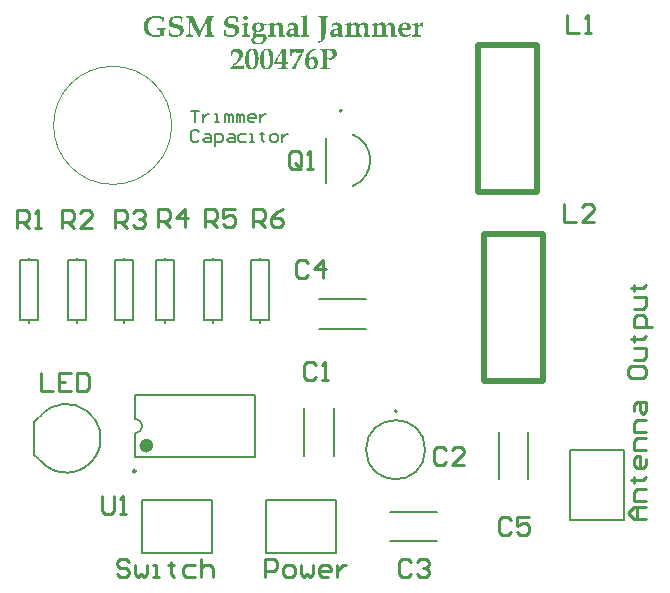
<source format=gto>
G04*
G04 #@! TF.GenerationSoftware,Altium Limited,Altium Designer,23.2.1 (34)*
G04*
G04 Layer_Color=65535*
%FSLAX44Y44*%
%MOMM*%
G71*
G04*
G04 #@! TF.SameCoordinates,58D706FB-8AEF-4135-8DC0-6D3B37A59AC3*
G04*
G04*
G04 #@! TF.FilePolarity,Positive*
G04*
G01*
G75*
%ADD10C,0.1270*%
%ADD11C,0.2000*%
%ADD12C,0.1000*%
%ADD13C,0.6000*%
%ADD14C,0.2500*%
%ADD15C,0.5000*%
%ADD16C,0.2540*%
G36*
X268034Y481010D02*
X267701D01*
X267507Y480983D01*
X267257Y480955D01*
X266952Y480927D01*
X266591Y480899D01*
X266535D01*
X266369Y480872D01*
X266174Y480816D01*
X266035Y480733D01*
X266008Y480705D01*
X265952Y480649D01*
X265896Y480566D01*
X265841Y480427D01*
Y480400D01*
X265813Y480344D01*
Y480178D01*
X265786Y479955D01*
Y479789D01*
X265758Y479595D01*
Y479372D01*
Y479123D01*
X265730Y478817D01*
Y478484D01*
Y478123D01*
Y477707D01*
X265702Y472682D01*
X265674Y468906D01*
Y468878D01*
Y468767D01*
Y468629D01*
Y468434D01*
Y468184D01*
Y467907D01*
X265647Y467296D01*
Y466657D01*
X265619Y466074D01*
Y465797D01*
X265591Y465575D01*
Y465380D01*
X265563Y465242D01*
Y465214D01*
Y465186D01*
X265536Y465103D01*
X265508Y464992D01*
X265452Y464714D01*
X265369Y464353D01*
X265203Y463937D01*
X265036Y463465D01*
X264786Y462965D01*
X264481Y462493D01*
Y462465D01*
X264453Y462438D01*
X264314Y462271D01*
X264120Y462021D01*
X263870Y461716D01*
X263509Y461355D01*
X263092Y460966D01*
X262621Y460578D01*
X262065Y460189D01*
X262010Y460161D01*
X261871Y460078D01*
X261621Y459939D01*
X261343Y459800D01*
X260983Y459661D01*
X260594Y459523D01*
X260177Y459439D01*
X259761Y459412D01*
X259622D01*
X259511Y459439D01*
X259234Y459495D01*
X258873Y459578D01*
Y459606D01*
X258900Y459717D01*
Y459856D01*
X258928Y460050D01*
X258956Y460439D01*
Y460605D01*
Y460744D01*
Y460772D01*
Y460800D01*
Y460883D01*
Y460994D01*
X258928Y461161D01*
Y461355D01*
X258900Y461605D01*
X258873Y461882D01*
X259150Y461993D01*
X259178Y461966D01*
X259289Y461855D01*
X259456Y461716D01*
X259678Y461577D01*
X259928Y461410D01*
X260233Y461272D01*
X260566Y461161D01*
X260927Y461133D01*
X261010D01*
X261094Y461161D01*
X261205D01*
X261455Y461244D01*
X261677Y461410D01*
Y461438D01*
X261704Y461466D01*
X261760Y461577D01*
X261815Y461716D01*
X261871Y461910D01*
X261926Y462188D01*
X261982Y462549D01*
X262010Y462993D01*
Y463021D01*
Y463076D01*
Y463187D01*
X262038Y463354D01*
Y463548D01*
X262065Y463770D01*
Y464048D01*
X262093Y464353D01*
Y464686D01*
Y465047D01*
X262121Y465464D01*
Y465908D01*
X262149Y466380D01*
Y466852D01*
Y467934D01*
X262121Y477429D01*
Y477457D01*
Y477540D01*
Y477651D01*
Y477818D01*
Y478012D01*
Y478234D01*
Y478706D01*
X262093Y479206D01*
X262065Y479678D01*
Y479900D01*
X262038Y480094D01*
Y480233D01*
X262010Y480344D01*
Y480372D01*
X261982Y480400D01*
X261954Y480511D01*
X261843Y480649D01*
X261704Y480761D01*
X261649Y480788D01*
X261538Y480816D01*
X261371Y480844D01*
X261094Y480872D01*
X260927Y480899D01*
X260733Y480927D01*
X260511D01*
X260261Y480955D01*
X259983Y480983D01*
X259650Y481010D01*
Y482010D01*
X260067D01*
X260261Y481982D01*
X261066D01*
X261704Y481954D01*
X262343D01*
X263009Y481927D01*
X264980D01*
X265647Y481954D01*
X266396D01*
X267201Y481982D01*
X268034Y482010D01*
Y481010D01*
D02*
G37*
G36*
X171283D02*
X171144D01*
X171033Y480983D01*
X170756Y480955D01*
X170450Y480927D01*
X170117Y480899D01*
X169811Y480844D01*
X169562Y480788D01*
X169478Y480733D01*
X169423Y480705D01*
X169395Y480649D01*
X169367Y480594D01*
X169312Y480483D01*
X169284Y480344D01*
X169228Y480150D01*
X169201Y479900D01*
X169173Y479567D01*
Y479539D01*
Y479483D01*
Y479400D01*
Y479261D01*
X169145Y479067D01*
Y478845D01*
Y478567D01*
Y478234D01*
X169118Y477873D01*
Y477429D01*
Y476957D01*
Y476430D01*
X169090Y475819D01*
Y475153D01*
Y474431D01*
Y473653D01*
Y473626D01*
Y473542D01*
Y473431D01*
Y473265D01*
Y473070D01*
Y472821D01*
Y472571D01*
Y472265D01*
Y471932D01*
Y471571D01*
Y470766D01*
X169118Y469906D01*
Y469017D01*
Y468989D01*
Y468906D01*
Y468795D01*
Y468629D01*
X169145Y468434D01*
Y468240D01*
X169173Y467768D01*
Y467268D01*
X169201Y466824D01*
X169228Y466630D01*
X169256Y466463D01*
Y466324D01*
X169284Y466241D01*
X169312Y466213D01*
X169340Y466130D01*
X169423Y466019D01*
X169534Y465936D01*
X169589Y465908D01*
X169673D01*
X169811Y465880D01*
X170034Y465852D01*
X170339Y465797D01*
X170533D01*
X170756Y465769D01*
X171005Y465741D01*
X171283Y465714D01*
Y464714D01*
X171089D01*
X170950Y464742D01*
X170561D01*
X170089Y464770D01*
X169534D01*
X168951Y464797D01*
X166591D01*
X166313Y464770D01*
X165259D01*
X164842Y464742D01*
X164398D01*
X163454Y464714D01*
Y465714D01*
X164287D01*
X164426Y465741D01*
X164592Y465769D01*
X164953Y465852D01*
X165092Y465908D01*
X165203Y465963D01*
X165231Y466019D01*
X165286Y466074D01*
X165314Y466185D01*
X165370Y466324D01*
X165425Y466519D01*
X165453Y466768D01*
X165481Y467074D01*
Y467129D01*
Y467185D01*
X165508Y467268D01*
Y467379D01*
Y467518D01*
Y467712D01*
X165536Y467934D01*
Y468184D01*
Y468462D01*
Y468795D01*
X165564Y469184D01*
Y469600D01*
Y470072D01*
Y470600D01*
Y471183D01*
Y478595D01*
X165536Y478540D01*
X165481Y478429D01*
X165370Y478206D01*
X165231Y477901D01*
X165036Y477512D01*
X164814Y477068D01*
X164537Y476541D01*
X164231Y475930D01*
X163898Y475236D01*
X163537Y474486D01*
X163149Y473653D01*
X162704Y472765D01*
X162260Y471821D01*
X161761Y470822D01*
X161233Y469739D01*
X160706Y468601D01*
Y468573D01*
X160650Y468490D01*
X160595Y468351D01*
X160511Y468184D01*
X160400Y467962D01*
X160289Y467712D01*
X160150Y467435D01*
X160012Y467129D01*
X159734Y466463D01*
X159401Y465769D01*
X159095Y465103D01*
X158818Y464464D01*
X158013D01*
Y464492D01*
X157957Y464575D01*
X157929Y464686D01*
X157846Y464853D01*
X157735Y465047D01*
X157624Y465297D01*
X157513Y465602D01*
X157346Y465936D01*
X157180Y466297D01*
X156985Y466713D01*
X156791Y467129D01*
X156569Y467629D01*
X156319Y468129D01*
X156069Y468656D01*
X155792Y469239D01*
X155514Y469822D01*
X151266Y478595D01*
Y476929D01*
Y476902D01*
Y476846D01*
Y476763D01*
Y476624D01*
Y476457D01*
Y476263D01*
Y476041D01*
Y475819D01*
Y475236D01*
Y474597D01*
Y473876D01*
Y473126D01*
Y472349D01*
X151294Y471544D01*
Y470738D01*
Y469961D01*
Y469239D01*
Y468545D01*
X151322Y467907D01*
Y467379D01*
Y467324D01*
Y467213D01*
X151350Y467018D01*
X151377Y466796D01*
X151405Y466546D01*
X151461Y466324D01*
X151516Y466158D01*
X151600Y466019D01*
X151627D01*
X151655Y465991D01*
X151766Y465936D01*
X151933Y465880D01*
X152155Y465825D01*
X152488Y465797D01*
X152682Y465769D01*
X152904Y465741D01*
X153154Y465714D01*
X153432D01*
Y464714D01*
X153376D01*
X153210Y464742D01*
X152960D01*
X152654Y464770D01*
X152266D01*
X151849Y464797D01*
X149823D01*
X149323Y464770D01*
X148768D01*
X148185Y464742D01*
X147629Y464714D01*
Y465714D01*
X148351Y465741D01*
X148490D01*
X148657Y465769D01*
X148823Y465797D01*
X149184Y465908D01*
X149351Y465963D01*
X149462Y466047D01*
Y466074D01*
X149490Y466102D01*
X149545Y466213D01*
X149573Y466380D01*
X149628Y466602D01*
X149684Y466935D01*
X149712Y467324D01*
X149740Y467574D01*
Y467851D01*
Y467879D01*
Y467990D01*
Y468157D01*
X149767Y468379D01*
Y468656D01*
Y468989D01*
Y469378D01*
X149795Y469822D01*
Y470294D01*
Y470794D01*
Y471349D01*
X149823Y471904D01*
Y473154D01*
Y474459D01*
Y474486D01*
Y474542D01*
Y474653D01*
Y474792D01*
Y474958D01*
Y475180D01*
Y475430D01*
Y475708D01*
Y476013D01*
Y476346D01*
Y477068D01*
X149795Y477873D01*
Y478762D01*
Y478789D01*
Y478817D01*
Y478984D01*
Y479234D01*
X149767Y479539D01*
Y479844D01*
X149740Y480122D01*
X149684Y480372D01*
X149628Y480538D01*
Y480566D01*
X149573Y480622D01*
X149490Y480705D01*
X149351Y480788D01*
X149295Y480816D01*
X149212Y480844D01*
X149073Y480872D01*
X148851Y480899D01*
X148546Y480927D01*
X148351Y480955D01*
X148129Y480983D01*
X147907D01*
X147629Y481010D01*
Y482010D01*
X148546D01*
X148990Y481982D01*
X152571D01*
X153126Y482010D01*
X153709D01*
Y481982D01*
X153737Y481927D01*
X153765Y481843D01*
X153820Y481732D01*
X153959Y481427D01*
X154126Y481038D01*
X154348Y480566D01*
X154570Y480039D01*
X154820Y479483D01*
X155098Y478900D01*
X155125Y478845D01*
X155181Y478734D01*
X155236Y478595D01*
X155347Y478401D01*
X155458Y478123D01*
X155625Y477762D01*
X155847Y477318D01*
X156097Y476791D01*
X156236Y476485D01*
X156402Y476152D01*
X156597Y475791D01*
X156763Y475375D01*
X156985Y474958D01*
X157207Y474514D01*
X157430Y474014D01*
X157680Y473487D01*
X157957Y472932D01*
X158235Y472349D01*
X158540Y471710D01*
X158873Y471044D01*
X159206Y470350D01*
X159567Y469600D01*
Y469628D01*
X159623Y469683D01*
X159678Y469822D01*
X159762Y469961D01*
X159845Y470155D01*
X159956Y470405D01*
X160095Y470683D01*
X160261Y470988D01*
X160400Y471321D01*
X160595Y471682D01*
X160983Y472460D01*
X161400Y473348D01*
X161872Y474320D01*
X162344Y475291D01*
X162843Y476319D01*
X163343Y477374D01*
X163815Y478373D01*
X164259Y479372D01*
X164703Y480316D01*
X165092Y481205D01*
X165425Y482010D01*
X165675D01*
X165980Y481982D01*
X166341D01*
X166786Y481954D01*
X167257D01*
X168257Y481927D01*
X169228D01*
X169673Y481954D01*
X170200D01*
X170728Y481982D01*
X171283Y482010D01*
Y481010D01*
D02*
G37*
G36*
X198240Y482565D02*
X198434Y482510D01*
X198629Y482454D01*
X198851Y482343D01*
X199073Y482204D01*
X199295Y482010D01*
X199323Y481982D01*
X199378Y481899D01*
X199489Y481788D01*
X199600Y481621D01*
X199684Y481427D01*
X199795Y481205D01*
X199850Y480927D01*
X199878Y480649D01*
Y480622D01*
Y480511D01*
X199850Y480372D01*
X199795Y480205D01*
X199739Y479983D01*
X199628Y479761D01*
X199489Y479539D01*
X199295Y479317D01*
X199267Y479289D01*
X199184Y479234D01*
X199073Y479150D01*
X198906Y479039D01*
X198712Y478928D01*
X198490Y478845D01*
X198212Y478789D01*
X197935Y478762D01*
X197796D01*
X197657Y478789D01*
X197491Y478845D01*
X197268Y478900D01*
X197046Y478984D01*
X196824Y479123D01*
X196602Y479317D01*
X196574Y479345D01*
X196519Y479428D01*
X196436Y479539D01*
X196324Y479706D01*
X196213Y479900D01*
X196130Y480122D01*
X196075Y480372D01*
X196047Y480649D01*
Y480677D01*
Y480788D01*
X196075Y480927D01*
X196130Y481121D01*
X196186Y481344D01*
X196269Y481566D01*
X196408Y481788D01*
X196602Y482010D01*
X196630Y482038D01*
X196713Y482093D01*
X196824Y482204D01*
X196991Y482315D01*
X197185Y482399D01*
X197407Y482510D01*
X197685Y482565D01*
X197962Y482593D01*
X198101D01*
X198240Y482565D01*
D02*
G37*
G36*
X187579Y482204D02*
X187968Y482177D01*
X188384Y482149D01*
X188801Y482093D01*
X189217Y482010D01*
X189273D01*
X189412Y481982D01*
X189634Y481927D01*
X189911Y481843D01*
X190245Y481732D01*
X190605Y481621D01*
X191411Y481316D01*
X191549Y481010D01*
Y480983D01*
X191522Y480872D01*
X191466Y480733D01*
X191438Y480538D01*
X191383Y480316D01*
X191327Y480094D01*
X191244Y479595D01*
Y479567D01*
Y479483D01*
X191216Y479317D01*
Y479095D01*
X191188Y478817D01*
Y478429D01*
X191161Y477984D01*
X191133Y477457D01*
X190078D01*
Y477485D01*
Y477540D01*
Y477623D01*
Y477762D01*
X190050Y478068D01*
X190022Y478429D01*
X189995Y478789D01*
X189967Y479150D01*
X189939Y479289D01*
X189911Y479400D01*
Y479511D01*
X189884Y479567D01*
Y479595D01*
X189828Y479650D01*
X189745Y479733D01*
X189634Y479844D01*
X189495Y479955D01*
X189273Y480094D01*
X189023Y480261D01*
X188690Y480427D01*
X188634Y480455D01*
X188523Y480511D01*
X188329Y480566D01*
X188051Y480677D01*
X187746Y480761D01*
X187357Y480816D01*
X186941Y480872D01*
X186497Y480899D01*
X186219D01*
X185914Y480844D01*
X185553Y480788D01*
X185136Y480705D01*
X184692Y480538D01*
X184276Y480344D01*
X183887Y480066D01*
X183859Y480039D01*
X183748Y479928D01*
X183609Y479733D01*
X183443Y479483D01*
X183249Y479178D01*
X183110Y478817D01*
X182999Y478429D01*
X182971Y477957D01*
Y477929D01*
Y477818D01*
X182999Y477679D01*
X183026Y477485D01*
X183137Y477040D01*
X183221Y476791D01*
X183332Y476568D01*
X183360Y476541D01*
X183415Y476485D01*
X183498Y476374D01*
X183609Y476235D01*
X183748Y476096D01*
X183943Y475958D01*
X184165Y475819D01*
X184387Y475708D01*
X184415D01*
X184526Y475652D01*
X184720Y475597D01*
X185025Y475513D01*
X185192Y475486D01*
X185414Y475430D01*
X185664Y475375D01*
X185914Y475319D01*
X186219Y475264D01*
X186552Y475208D01*
X186913Y475125D01*
X187330Y475069D01*
X187413D01*
X187524Y475042D01*
X187663Y475014D01*
X187829Y474986D01*
X188024Y474958D01*
X188440Y474875D01*
X188912Y474792D01*
X189356Y474708D01*
X189773Y474597D01*
X189967Y474542D01*
X190106Y474486D01*
X190133D01*
X190161Y474459D01*
X190300Y474403D01*
X190522Y474264D01*
X190772Y474125D01*
X191077Y473903D01*
X191383Y473653D01*
X191660Y473348D01*
X191910Y472987D01*
X191938Y472932D01*
X192021Y472821D01*
X192105Y472598D01*
X192243Y472321D01*
X192355Y471960D01*
X192438Y471544D01*
X192521Y471044D01*
X192549Y470516D01*
Y470489D01*
Y470405D01*
Y470266D01*
X192521Y470072D01*
X192493Y469850D01*
X192438Y469600D01*
X192382Y469323D01*
X192299Y468989D01*
X192188Y468656D01*
X192049Y468323D01*
X191910Y467962D01*
X191716Y467601D01*
X191466Y467213D01*
X191216Y466880D01*
X190911Y466519D01*
X190550Y466185D01*
X190522Y466158D01*
X190467Y466102D01*
X190356Y466019D01*
X190189Y465908D01*
X189995Y465797D01*
X189745Y465630D01*
X189439Y465491D01*
X189106Y465325D01*
X188745Y465158D01*
X188329Y465019D01*
X187885Y464853D01*
X187413Y464742D01*
X186885Y464631D01*
X186302Y464548D01*
X185719Y464492D01*
X185081Y464464D01*
X184831D01*
X184526Y464492D01*
X184137D01*
X183720Y464548D01*
X183249Y464603D01*
X182749Y464659D01*
X182277Y464770D01*
X182221Y464797D01*
X182055Y464825D01*
X181805Y464881D01*
X181499Y464992D01*
X181111Y465131D01*
X180667Y465297D01*
X180195Y465491D01*
X179695Y465714D01*
Y465741D01*
X179723Y465852D01*
X179750Y466019D01*
X179806Y466241D01*
X179834Y466463D01*
X179889Y466741D01*
X179945Y467268D01*
Y467324D01*
X179972Y467463D01*
Y467685D01*
X180000Y467962D01*
Y468351D01*
X180028Y468795D01*
X180056Y469323D01*
Y469906D01*
X181111D01*
Y469878D01*
Y469822D01*
Y469739D01*
Y469628D01*
Y469323D01*
X181138Y468962D01*
Y468573D01*
X181166Y468240D01*
X181194Y467934D01*
Y467851D01*
X181222Y467768D01*
X181250Y467712D01*
X181361Y467546D01*
X181444Y467435D01*
X181555Y467296D01*
X181721Y467129D01*
X181916Y466935D01*
X181944Y466907D01*
X182027Y466852D01*
X182166Y466768D01*
X182332Y466657D01*
X182582Y466519D01*
X182832Y466380D01*
X183165Y466241D01*
X183498Y466102D01*
X183554D01*
X183665Y466047D01*
X183859Y466019D01*
X184109Y465963D01*
X184415Y465908D01*
X184748Y465852D01*
X185109Y465825D01*
X185497Y465797D01*
X185664D01*
X185775Y465825D01*
X186108Y465852D01*
X186497Y465908D01*
X186941Y466019D01*
X187413Y466185D01*
X187885Y466408D01*
X188301Y466713D01*
X188357Y466768D01*
X188468Y466880D01*
X188634Y467074D01*
X188829Y467351D01*
X189023Y467685D01*
X189190Y468073D01*
X189301Y468517D01*
X189356Y469017D01*
Y469045D01*
Y469073D01*
Y469239D01*
X189328Y469461D01*
X189273Y469739D01*
X189190Y470044D01*
X189051Y470378D01*
X188884Y470683D01*
X188662Y470961D01*
X188634Y470988D01*
X188523Y471072D01*
X188329Y471183D01*
X188051Y471321D01*
X187690Y471488D01*
X187246Y471655D01*
X186663Y471793D01*
X186358Y471877D01*
X185997Y471932D01*
X185969D01*
X185858Y471960D01*
X185719Y471988D01*
X185525Y472015D01*
X185303Y472043D01*
X185025Y472099D01*
X184415Y472210D01*
X183776Y472321D01*
X183137Y472487D01*
X182832Y472571D01*
X182554Y472654D01*
X182304Y472737D01*
X182082Y472821D01*
X182027Y472848D01*
X181916Y472904D01*
X181749Y473043D01*
X181499Y473181D01*
X181250Y473404D01*
X181000Y473653D01*
X180750Y473959D01*
X180500Y474292D01*
X180472Y474347D01*
X180417Y474459D01*
X180306Y474681D01*
X180222Y474958D01*
X180111Y475319D01*
X180000Y475736D01*
X179945Y476180D01*
X179917Y476679D01*
Y476707D01*
Y476791D01*
Y476902D01*
X179945Y477068D01*
X179972Y477262D01*
X180000Y477512D01*
X180056Y477762D01*
X180111Y478040D01*
X180306Y478678D01*
X180445Y478984D01*
X180611Y479317D01*
X180778Y479650D01*
X181000Y479983D01*
X181250Y480316D01*
X181527Y480622D01*
X181555Y480649D01*
X181611Y480705D01*
X181694Y480761D01*
X181833Y480872D01*
X182027Y480983D01*
X182249Y481121D01*
X182499Y481288D01*
X182804Y481427D01*
X183137Y481566D01*
X183526Y481732D01*
X183943Y481871D01*
X184415Y481982D01*
X184942Y482093D01*
X185497Y482177D01*
X186108Y482204D01*
X186747Y482232D01*
X187246D01*
X187579Y482204D01*
D02*
G37*
G36*
X140633D02*
X141022Y482177D01*
X141439Y482149D01*
X141855Y482093D01*
X142271Y482010D01*
X142327D01*
X142466Y481982D01*
X142688Y481927D01*
X142965Y481843D01*
X143299Y481732D01*
X143660Y481621D01*
X144465Y481316D01*
X144604Y481010D01*
Y480983D01*
X144576Y480872D01*
X144520Y480733D01*
X144492Y480538D01*
X144437Y480316D01*
X144381Y480094D01*
X144298Y479595D01*
Y479567D01*
Y479483D01*
X144270Y479317D01*
Y479095D01*
X144243Y478817D01*
Y478429D01*
X144215Y477984D01*
X144187Y477457D01*
X143132D01*
Y477485D01*
Y477540D01*
Y477623D01*
Y477762D01*
X143104Y478068D01*
X143076Y478429D01*
X143049Y478789D01*
X143021Y479150D01*
X142993Y479289D01*
X142965Y479400D01*
Y479511D01*
X142938Y479567D01*
Y479595D01*
X142882Y479650D01*
X142799Y479733D01*
X142688Y479844D01*
X142549Y479955D01*
X142327Y480094D01*
X142077Y480261D01*
X141744Y480427D01*
X141688Y480455D01*
X141577Y480511D01*
X141383Y480566D01*
X141105Y480677D01*
X140800Y480761D01*
X140411Y480816D01*
X139995Y480872D01*
X139551Y480899D01*
X139273D01*
X138968Y480844D01*
X138607Y480788D01*
X138190Y480705D01*
X137746Y480538D01*
X137330Y480344D01*
X136941Y480066D01*
X136913Y480039D01*
X136802Y479928D01*
X136664Y479733D01*
X136497Y479483D01*
X136303Y479178D01*
X136164Y478817D01*
X136053Y478429D01*
X136025Y477957D01*
Y477929D01*
Y477818D01*
X136053Y477679D01*
X136081Y477485D01*
X136192Y477040D01*
X136275Y476791D01*
X136386Y476568D01*
X136414Y476541D01*
X136469Y476485D01*
X136552Y476374D01*
X136664Y476235D01*
X136802Y476096D01*
X136997Y475958D01*
X137219Y475819D01*
X137441Y475708D01*
X137469D01*
X137580Y475652D01*
X137774Y475597D01*
X138079Y475513D01*
X138246Y475486D01*
X138468Y475430D01*
X138718Y475375D01*
X138968Y475319D01*
X139273Y475264D01*
X139606Y475208D01*
X139967Y475125D01*
X140384Y475069D01*
X140467D01*
X140578Y475042D01*
X140717Y475014D01*
X140883Y474986D01*
X141078Y474958D01*
X141494Y474875D01*
X141966Y474792D01*
X142410Y474708D01*
X142827Y474597D01*
X143021Y474542D01*
X143160Y474486D01*
X143188D01*
X143215Y474459D01*
X143354Y474403D01*
X143576Y474264D01*
X143826Y474125D01*
X144131Y473903D01*
X144437Y473653D01*
X144714Y473348D01*
X144964Y472987D01*
X144992Y472932D01*
X145075Y472821D01*
X145159Y472598D01*
X145297Y472321D01*
X145409Y471960D01*
X145492Y471544D01*
X145575Y471044D01*
X145603Y470516D01*
Y470489D01*
Y470405D01*
Y470266D01*
X145575Y470072D01*
X145547Y469850D01*
X145492Y469600D01*
X145436Y469323D01*
X145353Y468989D01*
X145242Y468656D01*
X145103Y468323D01*
X144964Y467962D01*
X144770Y467601D01*
X144520Y467213D01*
X144270Y466880D01*
X143965Y466519D01*
X143604Y466185D01*
X143576Y466158D01*
X143521Y466102D01*
X143410Y466019D01*
X143243Y465908D01*
X143049Y465797D01*
X142799Y465630D01*
X142493Y465491D01*
X142160Y465325D01*
X141799Y465158D01*
X141383Y465019D01*
X140939Y464853D01*
X140467Y464742D01*
X139939Y464631D01*
X139356Y464548D01*
X138773Y464492D01*
X138135Y464464D01*
X137885D01*
X137580Y464492D01*
X137191D01*
X136775Y464548D01*
X136303Y464603D01*
X135803Y464659D01*
X135331Y464770D01*
X135275Y464797D01*
X135109Y464825D01*
X134859Y464881D01*
X134554Y464992D01*
X134165Y465131D01*
X133721Y465297D01*
X133249Y465491D01*
X132749Y465714D01*
Y465741D01*
X132777Y465852D01*
X132804Y466019D01*
X132860Y466241D01*
X132888Y466463D01*
X132943Y466741D01*
X132999Y467268D01*
Y467324D01*
X133027Y467463D01*
Y467685D01*
X133054Y467962D01*
Y468351D01*
X133082Y468795D01*
X133110Y469323D01*
Y469906D01*
X134165D01*
Y469878D01*
Y469822D01*
Y469739D01*
Y469628D01*
Y469323D01*
X134193Y468962D01*
Y468573D01*
X134220Y468240D01*
X134248Y467934D01*
Y467851D01*
X134276Y467768D01*
X134304Y467712D01*
X134415Y467546D01*
X134498Y467435D01*
X134609Y467296D01*
X134776Y467129D01*
X134970Y466935D01*
X134998Y466907D01*
X135081Y466852D01*
X135220Y466768D01*
X135386Y466657D01*
X135636Y466519D01*
X135886Y466380D01*
X136219Y466241D01*
X136552Y466102D01*
X136608D01*
X136719Y466047D01*
X136913Y466019D01*
X137163Y465963D01*
X137469Y465908D01*
X137802Y465852D01*
X138163Y465825D01*
X138551Y465797D01*
X138718D01*
X138829Y465825D01*
X139162Y465852D01*
X139551Y465908D01*
X139995Y466019D01*
X140467Y466185D01*
X140939Y466408D01*
X141355Y466713D01*
X141411Y466768D01*
X141522Y466880D01*
X141688Y467074D01*
X141883Y467351D01*
X142077Y467685D01*
X142244Y468073D01*
X142355Y468517D01*
X142410Y469017D01*
Y469045D01*
Y469073D01*
Y469239D01*
X142382Y469461D01*
X142327Y469739D01*
X142244Y470044D01*
X142105Y470378D01*
X141938Y470683D01*
X141716Y470961D01*
X141688Y470988D01*
X141577Y471072D01*
X141383Y471183D01*
X141105Y471321D01*
X140744Y471488D01*
X140300Y471655D01*
X139717Y471793D01*
X139412Y471877D01*
X139051Y471932D01*
X139023D01*
X138912Y471960D01*
X138773Y471988D01*
X138579Y472015D01*
X138357Y472043D01*
X138079Y472099D01*
X137469Y472210D01*
X136830Y472321D01*
X136192Y472487D01*
X135886Y472571D01*
X135609Y472654D01*
X135359Y472737D01*
X135137Y472821D01*
X135081Y472848D01*
X134970Y472904D01*
X134803Y473043D01*
X134554Y473181D01*
X134304Y473404D01*
X134054Y473653D01*
X133804Y473959D01*
X133554Y474292D01*
X133526Y474347D01*
X133471Y474459D01*
X133360Y474681D01*
X133277Y474958D01*
X133165Y475319D01*
X133054Y475736D01*
X132999Y476180D01*
X132971Y476679D01*
Y476707D01*
Y476791D01*
Y476902D01*
X132999Y477068D01*
X133027Y477262D01*
X133054Y477512D01*
X133110Y477762D01*
X133165Y478040D01*
X133360Y478678D01*
X133499Y478984D01*
X133665Y479317D01*
X133832Y479650D01*
X134054Y479983D01*
X134304Y480316D01*
X134581Y480622D01*
X134609Y480649D01*
X134665Y480705D01*
X134748Y480761D01*
X134887Y480872D01*
X135081Y480983D01*
X135303Y481121D01*
X135553Y481288D01*
X135858Y481427D01*
X136192Y481566D01*
X136580Y481732D01*
X136997Y481871D01*
X137469Y481982D01*
X137996Y482093D01*
X138551Y482177D01*
X139162Y482204D01*
X139801Y482232D01*
X140300D01*
X140633Y482204D01*
D02*
G37*
G36*
X122838D02*
X123282D01*
X123810Y482149D01*
X124393Y482093D01*
X125003Y482038D01*
X125614Y481927D01*
X125697D01*
X125781Y481899D01*
X125892Y481871D01*
X126058Y481843D01*
X126225Y481815D01*
X126641Y481704D01*
X127113Y481593D01*
X127669Y481455D01*
X128224Y481260D01*
X128807Y481066D01*
X128918Y480899D01*
Y480872D01*
X128890Y480816D01*
Y480733D01*
X128862Y480622D01*
X128834Y480455D01*
X128807Y480289D01*
X128751Y480066D01*
X128723Y479817D01*
X128640Y479261D01*
X128557Y478595D01*
X128474Y477846D01*
X128418Y477013D01*
X127363D01*
Y477068D01*
Y477207D01*
X127335Y477429D01*
Y477707D01*
X127308Y478040D01*
X127280Y478373D01*
X127197Y479067D01*
X127169Y479095D01*
X127058Y479206D01*
X126863Y479372D01*
X126641Y479595D01*
X126336Y479789D01*
X126003Y480039D01*
X125586Y480233D01*
X125142Y480427D01*
X125087Y480455D01*
X124920Y480511D01*
X124670Y480566D01*
X124337Y480677D01*
X123893Y480761D01*
X123421Y480816D01*
X122866Y480872D01*
X122255Y480899D01*
X121950D01*
X121727Y480872D01*
X121478Y480844D01*
X121144Y480788D01*
X120811Y480733D01*
X120450Y480649D01*
X120034Y480566D01*
X119645Y480427D01*
X119201Y480261D01*
X118785Y480094D01*
X118368Y479844D01*
X117952Y479595D01*
X117563Y479289D01*
X117202Y478956D01*
X117174Y478928D01*
X117119Y478873D01*
X117036Y478762D01*
X116925Y478595D01*
X116758Y478401D01*
X116619Y478179D01*
X116453Y477901D01*
X116286Y477596D01*
X116092Y477235D01*
X115925Y476846D01*
X115786Y476402D01*
X115647Y475930D01*
X115509Y475430D01*
X115425Y474903D01*
X115370Y474320D01*
X115342Y473709D01*
Y473681D01*
Y473542D01*
Y473376D01*
X115370Y473126D01*
X115398Y472821D01*
X115453Y472460D01*
X115509Y472071D01*
X115592Y471655D01*
X115675Y471210D01*
X115814Y470738D01*
X115981Y470266D01*
X116175Y469767D01*
X116397Y469295D01*
X116647Y468823D01*
X116952Y468379D01*
X117285Y467962D01*
X117313Y467934D01*
X117369Y467879D01*
X117480Y467768D01*
X117646Y467629D01*
X117841Y467463D01*
X118063Y467268D01*
X118340Y467074D01*
X118618Y466880D01*
X118951Y466685D01*
X119340Y466491D01*
X119728Y466297D01*
X120145Y466130D01*
X120617Y465991D01*
X121089Y465880D01*
X121589Y465825D01*
X122116Y465797D01*
X122394D01*
X122533Y465825D01*
X122699D01*
X123088Y465880D01*
X123588Y465991D01*
X124143Y466102D01*
X124754Y466297D01*
X125392Y466546D01*
Y466602D01*
X125420Y466713D01*
Y466880D01*
X125448Y467129D01*
X125475Y467407D01*
Y467685D01*
X125503Y468323D01*
Y468351D01*
Y468406D01*
Y468490D01*
Y468629D01*
Y468934D01*
X125475Y469295D01*
X125448Y469656D01*
X125420Y469989D01*
X125392Y470155D01*
X125364Y470266D01*
X125309Y470350D01*
X125281Y470405D01*
X125198Y470433D01*
X125087Y470489D01*
X124976Y470516D01*
X124865Y470544D01*
X124726Y470572D01*
X124531Y470600D01*
X124337Y470627D01*
X124087Y470655D01*
X123782Y470683D01*
X123449Y470711D01*
X123060Y470738D01*
X122644Y470766D01*
Y471766D01*
X123227D01*
X123449Y471738D01*
X124615D01*
X125281Y471710D01*
X127724D01*
X128251Y471738D01*
X129529D01*
X130223Y471766D01*
Y470961D01*
X130195D01*
X130139Y470933D01*
X130028Y470905D01*
X129889Y470849D01*
X129584Y470711D01*
X129223Y470544D01*
Y470489D01*
X129195Y470350D01*
X129168Y470100D01*
X129140Y469822D01*
X129084Y469489D01*
X129057Y469128D01*
X129029Y468767D01*
Y468434D01*
Y468406D01*
Y468323D01*
Y468157D01*
X129057Y467907D01*
X129084Y467574D01*
X129112Y467129D01*
X129168Y466602D01*
X129195Y466297D01*
X129223Y465963D01*
X129195D01*
X129112Y465936D01*
X129001Y465880D01*
X128807Y465825D01*
X128612Y465741D01*
X128363Y465658D01*
X128085Y465575D01*
X127807Y465491D01*
X127141Y465269D01*
X126447Y465075D01*
X125781Y464908D01*
X125114Y464770D01*
X125031D01*
X124948Y464742D01*
X124837Y464714D01*
X124670Y464686D01*
X124504D01*
X124087Y464631D01*
X123560Y464575D01*
X122977Y464520D01*
X122366Y464492D01*
X121700Y464464D01*
X121478D01*
X121256Y464492D01*
X120922D01*
X120506Y464548D01*
X120062Y464603D01*
X119534Y464659D01*
X118979Y464770D01*
X118396Y464908D01*
X117785Y465075D01*
X117174Y465269D01*
X116564Y465491D01*
X115953Y465769D01*
X115342Y466102D01*
X114787Y466491D01*
X114259Y466907D01*
X114232Y466935D01*
X114148Y467018D01*
X114010Y467157D01*
X113843Y467351D01*
X113649Y467601D01*
X113399Y467907D01*
X113177Y468240D01*
X112927Y468629D01*
X112649Y469073D01*
X112427Y469572D01*
X112205Y470100D01*
X111983Y470655D01*
X111816Y471266D01*
X111678Y471904D01*
X111594Y472598D01*
X111566Y473320D01*
Y473376D01*
Y473487D01*
X111594Y473709D01*
X111622Y473987D01*
X111650Y474347D01*
X111705Y474736D01*
X111789Y475180D01*
X111900Y475652D01*
X112038Y476152D01*
X112233Y476679D01*
X112455Y477207D01*
X112705Y477762D01*
X113038Y478290D01*
X113399Y478817D01*
X113815Y479317D01*
X114287Y479789D01*
X114315Y479817D01*
X114426Y479900D01*
X114565Y480011D01*
X114787Y480178D01*
X115092Y480344D01*
X115425Y480566D01*
X115842Y480788D01*
X116314Y481010D01*
X116841Y481232D01*
X117424Y481455D01*
X118063Y481677D01*
X118785Y481843D01*
X119534Y482010D01*
X120367Y482121D01*
X121228Y482204D01*
X122172Y482232D01*
X122644D01*
X122838Y482204D01*
D02*
G37*
G36*
X320838Y476679D02*
X321004D01*
X321199Y476652D01*
X321615Y476596D01*
X322087Y476457D01*
X322559Y476291D01*
X323003Y476069D01*
X323392Y475736D01*
X323420Y475680D01*
X323531Y475569D01*
X323670Y475319D01*
X323864Y474986D01*
X324031Y474570D01*
X324169Y474042D01*
X324280Y473404D01*
X324308Y473043D01*
Y472654D01*
X324280Y471627D01*
Y471599D01*
Y471544D01*
Y471460D01*
Y471349D01*
Y471183D01*
X324253Y471016D01*
Y470600D01*
Y470128D01*
X324225Y469600D01*
Y469100D01*
Y468573D01*
Y468545D01*
Y468490D01*
Y468406D01*
Y468295D01*
Y467990D01*
X324253Y467629D01*
Y467240D01*
X324280Y466880D01*
X324308Y466546D01*
Y466408D01*
X324336Y466297D01*
Y466241D01*
X324392Y466130D01*
X324447Y465991D01*
X324558Y465880D01*
X324614Y465852D01*
X324697D01*
X324808Y465825D01*
X325002Y465797D01*
X325252Y465769D01*
X325558Y465741D01*
X325974Y465714D01*
Y464714D01*
X325835D01*
X325724Y464742D01*
X325419D01*
X325058Y464770D01*
X324641D01*
X324169Y464797D01*
X322587D01*
X322254Y464770D01*
X321865D01*
X321449Y464742D01*
X321004Y464714D01*
X320866Y464936D01*
Y464964D01*
X320893Y465047D01*
Y465186D01*
X320921Y465380D01*
X320949Y465630D01*
X320977Y465908D01*
X321004Y466241D01*
X321032Y466574D01*
X321060Y466963D01*
X321088Y467379D01*
X321143Y468240D01*
X321199Y469184D01*
Y470128D01*
Y470155D01*
Y470266D01*
Y470405D01*
Y470600D01*
Y470849D01*
X321171Y471127D01*
X321143Y471710D01*
X321088Y472349D01*
X321004Y472987D01*
X320949Y473265D01*
X320893Y473487D01*
X320810Y473709D01*
X320727Y473876D01*
X320699Y473903D01*
X320644Y473987D01*
X320505Y474125D01*
X320338Y474264D01*
X320116Y474375D01*
X319839Y474514D01*
X319478Y474597D01*
X319061Y474625D01*
X318922D01*
X318783Y474597D01*
X318617Y474570D01*
X318173Y474459D01*
X317951Y474375D01*
X317729Y474236D01*
X317701Y474209D01*
X317645Y474181D01*
X317534Y474098D01*
X317423Y473987D01*
X317146Y473709D01*
X317034Y473542D01*
X316951Y473348D01*
Y473320D01*
X316923Y473265D01*
Y473154D01*
X316896Y472959D01*
X316868Y472682D01*
Y472487D01*
Y472293D01*
X316840Y472071D01*
Y471793D01*
Y471516D01*
Y471183D01*
Y471155D01*
Y471044D01*
Y470877D01*
Y470655D01*
Y470378D01*
Y470072D01*
Y469739D01*
Y469378D01*
X316868Y468629D01*
Y467879D01*
X316896Y467546D01*
Y467213D01*
X316923Y466907D01*
Y466657D01*
Y466630D01*
Y466574D01*
X316951Y466463D01*
Y466352D01*
X317034Y466130D01*
X317090Y466019D01*
X317146Y465936D01*
X317201Y465908D01*
X317284Y465880D01*
X317423Y465852D01*
X317617Y465825D01*
X317895Y465797D01*
X318284Y465741D01*
X318506D01*
X318756Y465714D01*
Y464714D01*
X318589D01*
X318478Y464742D01*
X318145D01*
X317756Y464770D01*
X317257D01*
X316729Y464797D01*
X314425D01*
X313897Y464770D01*
X313314D01*
X312704Y464742D01*
X312121Y464714D01*
Y465714D01*
X312315D01*
X312509Y465741D01*
X312731Y465769D01*
X312981Y465797D01*
X313203Y465852D01*
X313398Y465936D01*
X313509Y466047D01*
Y466074D01*
X313536Y466158D01*
X313592Y466297D01*
Y466435D01*
X313620Y466574D01*
X313647Y466741D01*
X313675Y466963D01*
Y467213D01*
X313703Y467518D01*
Y467851D01*
X313731Y468240D01*
Y468656D01*
Y469156D01*
Y469184D01*
Y469295D01*
Y469461D01*
Y469656D01*
Y469906D01*
Y470183D01*
X313703Y470822D01*
Y471488D01*
X313675Y472127D01*
X313647Y472404D01*
Y472654D01*
X313620Y472876D01*
X313592Y473043D01*
Y473070D01*
X313564Y473181D01*
X313536Y473320D01*
X313481Y473487D01*
X313398Y473681D01*
X313287Y473876D01*
X313148Y474042D01*
X312981Y474209D01*
X312953Y474236D01*
X312898Y474264D01*
X312787Y474347D01*
X312648Y474431D01*
X312454Y474486D01*
X312232Y474570D01*
X311982Y474597D01*
X311676Y474625D01*
X311565D01*
X311454Y474597D01*
X311315D01*
X310927Y474486D01*
X310732Y474431D01*
X310538Y474320D01*
X310510D01*
X310455Y474264D01*
X310372Y474209D01*
X310261Y474125D01*
X309983Y473876D01*
X309705Y473515D01*
X309678Y473459D01*
X309622Y473293D01*
X309566Y473181D01*
X309539Y473043D01*
X309511Y472848D01*
Y472654D01*
Y472182D01*
Y472154D01*
Y472099D01*
X309539Y471988D01*
Y471793D01*
Y471544D01*
X309566Y471210D01*
Y470766D01*
Y470516D01*
Y470239D01*
X309539Y468767D01*
Y468740D01*
Y468684D01*
Y468573D01*
Y468434D01*
Y468073D01*
Y467657D01*
X309566Y467240D01*
Y466824D01*
X309594Y466657D01*
Y466491D01*
X309622Y466352D01*
Y466269D01*
Y466241D01*
X309650Y466158D01*
X309705Y466047D01*
X309816Y465936D01*
X309872Y465908D01*
X309927D01*
X310038Y465880D01*
X310233Y465825D01*
X310455Y465797D01*
X310788Y465769D01*
X311177Y465714D01*
Y464714D01*
X311038D01*
X310927Y464742D01*
X310621D01*
X310205Y464770D01*
X309733D01*
X309178Y464797D01*
X307290D01*
X307096Y464770D01*
X306290D01*
X305930Y464742D01*
X305097D01*
X304625Y464714D01*
Y465714D01*
X304819D01*
X305041Y465741D01*
X305263D01*
X305513Y465769D01*
X305763Y465797D01*
X305930Y465825D01*
X306041Y465852D01*
X306068Y465880D01*
X306152Y465963D01*
X306235Y466102D01*
X306290Y466297D01*
Y466324D01*
X306318Y466435D01*
Y466602D01*
X306346Y466880D01*
Y467046D01*
X306374Y467268D01*
Y467490D01*
Y467768D01*
X306402Y468046D01*
Y468379D01*
Y468767D01*
Y469156D01*
Y469184D01*
Y469212D01*
Y469350D01*
Y469600D01*
Y469906D01*
Y470266D01*
Y470683D01*
Y471127D01*
X306374Y471599D01*
Y472515D01*
X306346Y472959D01*
Y473348D01*
X306318Y473709D01*
Y473987D01*
X306290Y474209D01*
X306263Y474320D01*
Y474347D01*
X306235Y474375D01*
X306207Y474431D01*
X306124Y474486D01*
X306013Y474542D01*
X305874Y474625D01*
X305652Y474653D01*
X305402Y474681D01*
X304625Y474708D01*
Y475652D01*
X304680D01*
X304764Y475680D01*
X304875D01*
X305152Y475708D01*
X305513Y475763D01*
X305902Y475819D01*
X306346Y475874D01*
X306763Y475958D01*
X307179Y476041D01*
X307234D01*
X307373Y476096D01*
X307568Y476152D01*
X307817Y476208D01*
X308123Y476291D01*
X308456Y476402D01*
X309122Y476624D01*
X309150Y476652D01*
X309206Y476679D01*
X309289Y476707D01*
X309400D01*
X309483Y476679D01*
X309539Y476568D01*
X309566Y476485D01*
Y476374D01*
Y476346D01*
Y476208D01*
X309539Y476013D01*
X309511Y475763D01*
Y475736D01*
Y475625D01*
Y475430D01*
Y475153D01*
Y474708D01*
X311510Y476208D01*
X311538Y476235D01*
X311621Y476291D01*
X311787Y476374D01*
X311982Y476457D01*
X312259Y476541D01*
X312593Y476624D01*
X313009Y476679D01*
X313453Y476707D01*
X313675D01*
X313925Y476679D01*
X314230Y476652D01*
X314564Y476568D01*
X314897Y476485D01*
X315258Y476346D01*
X315563Y476180D01*
X315591Y476152D01*
X315702Y476096D01*
X315841Y475958D01*
X316007Y475791D01*
X316202Y475569D01*
X316396Y475291D01*
X316562Y474930D01*
X316729Y474542D01*
X318839Y476208D01*
X318867Y476235D01*
X318950Y476291D01*
X319089Y476374D01*
X319283Y476457D01*
X319533Y476541D01*
X319811Y476624D01*
X320144Y476679D01*
X320532Y476707D01*
X320727D01*
X320838Y476679D01*
D02*
G37*
G36*
X298406D02*
X298573D01*
X298767Y476652D01*
X299183Y476596D01*
X299655Y476457D01*
X300127Y476291D01*
X300571Y476069D01*
X300960Y475736D01*
X300988Y475680D01*
X301099Y475569D01*
X301238Y475319D01*
X301432Y474986D01*
X301599Y474570D01*
X301737Y474042D01*
X301849Y473404D01*
X301876Y473043D01*
Y472654D01*
X301849Y471627D01*
Y471599D01*
Y471544D01*
Y471460D01*
Y471349D01*
Y471183D01*
X301821Y471016D01*
Y470600D01*
Y470128D01*
X301793Y469600D01*
Y469100D01*
Y468573D01*
Y468545D01*
Y468490D01*
Y468406D01*
Y468295D01*
Y467990D01*
X301821Y467629D01*
Y467240D01*
X301849Y466880D01*
X301876Y466546D01*
Y466408D01*
X301904Y466297D01*
Y466241D01*
X301960Y466130D01*
X302015Y465991D01*
X302126Y465880D01*
X302182Y465852D01*
X302265D01*
X302376Y465825D01*
X302570Y465797D01*
X302820Y465769D01*
X303126Y465741D01*
X303542Y465714D01*
Y464714D01*
X303403D01*
X303292Y464742D01*
X302987D01*
X302626Y464770D01*
X302209D01*
X301737Y464797D01*
X300155D01*
X299822Y464770D01*
X299433D01*
X299017Y464742D01*
X298573Y464714D01*
X298434Y464936D01*
Y464964D01*
X298462Y465047D01*
Y465186D01*
X298489Y465380D01*
X298517Y465630D01*
X298545Y465908D01*
X298573Y466241D01*
X298600Y466574D01*
X298628Y466963D01*
X298656Y467379D01*
X298711Y468240D01*
X298767Y469184D01*
Y470128D01*
Y470155D01*
Y470266D01*
Y470405D01*
Y470600D01*
Y470849D01*
X298739Y471127D01*
X298711Y471710D01*
X298656Y472349D01*
X298573Y472987D01*
X298517Y473265D01*
X298462Y473487D01*
X298378Y473709D01*
X298295Y473876D01*
X298267Y473903D01*
X298212Y473987D01*
X298073Y474125D01*
X297906Y474264D01*
X297684Y474375D01*
X297407Y474514D01*
X297046Y474597D01*
X296629Y474625D01*
X296490D01*
X296352Y474597D01*
X296185Y474570D01*
X295741Y474459D01*
X295519Y474375D01*
X295297Y474236D01*
X295269Y474209D01*
X295213Y474181D01*
X295102Y474098D01*
X294991Y473987D01*
X294714Y473709D01*
X294603Y473542D01*
X294519Y473348D01*
Y473320D01*
X294492Y473265D01*
Y473154D01*
X294464Y472959D01*
X294436Y472682D01*
Y472487D01*
Y472293D01*
X294408Y472071D01*
Y471793D01*
Y471516D01*
Y471183D01*
Y471155D01*
Y471044D01*
Y470877D01*
Y470655D01*
Y470378D01*
Y470072D01*
Y469739D01*
Y469378D01*
X294436Y468629D01*
Y467879D01*
X294464Y467546D01*
Y467213D01*
X294492Y466907D01*
Y466657D01*
Y466630D01*
Y466574D01*
X294519Y466463D01*
Y466352D01*
X294603Y466130D01*
X294658Y466019D01*
X294714Y465936D01*
X294769Y465908D01*
X294853Y465880D01*
X294991Y465852D01*
X295186Y465825D01*
X295463Y465797D01*
X295852Y465741D01*
X296074D01*
X296324Y465714D01*
Y464714D01*
X296157D01*
X296046Y464742D01*
X295713D01*
X295324Y464770D01*
X294825D01*
X294297Y464797D01*
X291993D01*
X291465Y464770D01*
X290882D01*
X290272Y464742D01*
X289689Y464714D01*
Y465714D01*
X289883D01*
X290077Y465741D01*
X290299Y465769D01*
X290549Y465797D01*
X290772Y465852D01*
X290966Y465936D01*
X291077Y466047D01*
Y466074D01*
X291105Y466158D01*
X291160Y466297D01*
Y466435D01*
X291188Y466574D01*
X291216Y466741D01*
X291243Y466963D01*
Y467213D01*
X291271Y467518D01*
Y467851D01*
X291299Y468240D01*
Y468656D01*
Y469156D01*
Y469184D01*
Y469295D01*
Y469461D01*
Y469656D01*
Y469906D01*
Y470183D01*
X291271Y470822D01*
Y471488D01*
X291243Y472127D01*
X291216Y472404D01*
Y472654D01*
X291188Y472876D01*
X291160Y473043D01*
Y473070D01*
X291132Y473181D01*
X291105Y473320D01*
X291049Y473487D01*
X290966Y473681D01*
X290855Y473876D01*
X290716Y474042D01*
X290549Y474209D01*
X290522Y474236D01*
X290466Y474264D01*
X290355Y474347D01*
X290216Y474431D01*
X290022Y474486D01*
X289800Y474570D01*
X289550Y474597D01*
X289244Y474625D01*
X289133D01*
X289022Y474597D01*
X288884D01*
X288495Y474486D01*
X288301Y474431D01*
X288106Y474320D01*
X288078D01*
X288023Y474264D01*
X287940Y474209D01*
X287829Y474125D01*
X287551Y473876D01*
X287273Y473515D01*
X287246Y473459D01*
X287190Y473293D01*
X287135Y473181D01*
X287107Y473043D01*
X287079Y472848D01*
Y472654D01*
Y472182D01*
Y472154D01*
Y472099D01*
X287107Y471988D01*
Y471793D01*
Y471544D01*
X287135Y471210D01*
Y470766D01*
Y470516D01*
Y470239D01*
X287107Y468767D01*
Y468740D01*
Y468684D01*
Y468573D01*
Y468434D01*
Y468073D01*
Y467657D01*
X287135Y467240D01*
Y466824D01*
X287162Y466657D01*
Y466491D01*
X287190Y466352D01*
Y466269D01*
Y466241D01*
X287218Y466158D01*
X287273Y466047D01*
X287384Y465936D01*
X287440Y465908D01*
X287495D01*
X287607Y465880D01*
X287801Y465825D01*
X288023Y465797D01*
X288356Y465769D01*
X288745Y465714D01*
Y464714D01*
X288606D01*
X288495Y464742D01*
X288190D01*
X287773Y464770D01*
X287301D01*
X286746Y464797D01*
X284858D01*
X284664Y464770D01*
X283859D01*
X283498Y464742D01*
X282665D01*
X282193Y464714D01*
Y465714D01*
X282387D01*
X282609Y465741D01*
X282831D01*
X283081Y465769D01*
X283331Y465797D01*
X283498Y465825D01*
X283609Y465852D01*
X283637Y465880D01*
X283720Y465963D01*
X283803Y466102D01*
X283859Y466297D01*
Y466324D01*
X283886Y466435D01*
Y466602D01*
X283914Y466880D01*
Y467046D01*
X283942Y467268D01*
Y467490D01*
Y467768D01*
X283970Y468046D01*
Y468379D01*
Y468767D01*
Y469156D01*
Y469184D01*
Y469212D01*
Y469350D01*
Y469600D01*
Y469906D01*
Y470266D01*
Y470683D01*
Y471127D01*
X283942Y471599D01*
Y472515D01*
X283914Y472959D01*
Y473348D01*
X283886Y473709D01*
Y473987D01*
X283859Y474209D01*
X283831Y474320D01*
Y474347D01*
X283803Y474375D01*
X283775Y474431D01*
X283692Y474486D01*
X283581Y474542D01*
X283442Y474625D01*
X283220Y474653D01*
X282970Y474681D01*
X282193Y474708D01*
Y475652D01*
X282248D01*
X282332Y475680D01*
X282443D01*
X282720Y475708D01*
X283081Y475763D01*
X283470Y475819D01*
X283914Y475874D01*
X284331Y475958D01*
X284747Y476041D01*
X284803D01*
X284941Y476096D01*
X285136Y476152D01*
X285386Y476208D01*
X285691Y476291D01*
X286024Y476402D01*
X286690Y476624D01*
X286718Y476652D01*
X286774Y476679D01*
X286857Y476707D01*
X286968D01*
X287051Y476679D01*
X287107Y476568D01*
X287135Y476485D01*
Y476374D01*
Y476346D01*
Y476208D01*
X287107Y476013D01*
X287079Y475763D01*
Y475736D01*
Y475625D01*
Y475430D01*
Y475153D01*
Y474708D01*
X289078Y476208D01*
X289106Y476235D01*
X289189Y476291D01*
X289356Y476374D01*
X289550Y476457D01*
X289827Y476541D01*
X290161Y476624D01*
X290577Y476679D01*
X291021Y476707D01*
X291243D01*
X291493Y476679D01*
X291799Y476652D01*
X292132Y476568D01*
X292465Y476485D01*
X292826Y476346D01*
X293131Y476180D01*
X293159Y476152D01*
X293270Y476096D01*
X293409Y475958D01*
X293575Y475791D01*
X293770Y475569D01*
X293964Y475291D01*
X294131Y474930D01*
X294297Y474542D01*
X296407Y476208D01*
X296435Y476235D01*
X296518Y476291D01*
X296657Y476374D01*
X296851Y476457D01*
X297101Y476541D01*
X297379Y476624D01*
X297712Y476679D01*
X298101Y476707D01*
X298295D01*
X298406Y476679D01*
D02*
G37*
G36*
X226252D02*
X226558Y476652D01*
X226891Y476596D01*
X227251Y476513D01*
X227612Y476402D01*
X227946Y476235D01*
X227973Y476208D01*
X228084Y476152D01*
X228223Y476041D01*
X228418Y475902D01*
X228612Y475736D01*
X228806Y475513D01*
X229001Y475264D01*
X229167Y474986D01*
X229195Y474958D01*
X229223Y474847D01*
X229278Y474653D01*
X229361Y474375D01*
X229445Y474042D01*
X229500Y473626D01*
X229528Y473098D01*
X229556Y472515D01*
Y472487D01*
Y472376D01*
Y472238D01*
Y472015D01*
Y471766D01*
X229528Y471460D01*
Y471155D01*
X229500Y470794D01*
Y470766D01*
Y470711D01*
Y470600D01*
Y470461D01*
Y470294D01*
X229473Y470072D01*
Y469600D01*
Y469073D01*
X229445Y468490D01*
Y467907D01*
Y467324D01*
Y467296D01*
Y467185D01*
Y467046D01*
X229473Y466880D01*
X229500Y466491D01*
X229528Y466324D01*
X229556Y466185D01*
X229584Y466158D01*
X229639Y466074D01*
X229722Y465963D01*
X229833Y465880D01*
X229889D01*
X229972Y465852D01*
X230083D01*
X230250Y465825D01*
X230500Y465797D01*
X230833Y465741D01*
X231222Y465714D01*
Y464714D01*
X229695Y464770D01*
X228695Y464797D01*
X226141Y464714D01*
X226030Y464853D01*
Y464881D01*
X226058Y464964D01*
Y465075D01*
X226085Y465269D01*
X226113Y465464D01*
X226141Y465741D01*
X226169Y466019D01*
X226197Y466352D01*
X226224Y466685D01*
X226252Y467074D01*
X226308Y467879D01*
X226363Y468767D01*
Y469683D01*
Y469711D01*
Y469822D01*
Y469989D01*
Y470183D01*
Y470433D01*
X226335Y470711D01*
X226308Y471349D01*
X226280Y472015D01*
X226197Y472626D01*
X226169Y472932D01*
X226113Y473181D01*
X226030Y473376D01*
X225975Y473542D01*
X225947Y473570D01*
X225863Y473681D01*
X225752Y473848D01*
X225558Y474014D01*
X225308Y474181D01*
X225003Y474347D01*
X224614Y474459D01*
X224170Y474486D01*
X224031D01*
X223865Y474459D01*
X223670Y474431D01*
X223448Y474375D01*
X223198Y474292D01*
X222948Y474181D01*
X222698Y474042D01*
X222671Y474014D01*
X222615Y473959D01*
X222504Y473876D01*
X222365Y473764D01*
X222115Y473487D01*
X222005Y473320D01*
X221921Y473126D01*
Y473070D01*
X221893Y473015D01*
Y472904D01*
X221866Y472737D01*
Y472515D01*
X221838Y472238D01*
Y471877D01*
Y471821D01*
Y471682D01*
Y471460D01*
Y471183D01*
Y470822D01*
Y470433D01*
Y470017D01*
Y469572D01*
Y468656D01*
Y468240D01*
Y467823D01*
X221866Y467463D01*
Y467157D01*
Y466907D01*
Y466741D01*
Y466713D01*
Y466630D01*
X221893Y466519D01*
Y466408D01*
X221949Y466158D01*
X222005Y466047D01*
X222060Y465963D01*
X222088D01*
X222115Y465936D01*
X222227Y465908D01*
X222365Y465852D01*
X222588Y465825D01*
X222893Y465769D01*
X223254Y465741D01*
X223504Y465714D01*
X223754D01*
Y464714D01*
X223531D01*
X223393Y464742D01*
X223004D01*
X222476Y464770D01*
X221921D01*
X221310Y464797D01*
X219395D01*
X219200Y464770D01*
X218423D01*
X218090Y464742D01*
X217368D01*
X216952Y464714D01*
Y465714D01*
X217146D01*
X217368Y465741D01*
X217618Y465769D01*
X217896Y465797D01*
X218118Y465825D01*
X218312Y465852D01*
X218423Y465908D01*
X218451Y465936D01*
X218506Y466047D01*
X218562Y466130D01*
X218590Y466241D01*
X218617Y466380D01*
X218645Y466546D01*
Y466574D01*
Y466602D01*
Y466685D01*
X218673Y466796D01*
Y466935D01*
Y467102D01*
Y467324D01*
X218701Y467574D01*
Y467851D01*
Y468184D01*
Y468545D01*
X218729Y468934D01*
Y469378D01*
Y469850D01*
Y470378D01*
Y470961D01*
Y470988D01*
Y471044D01*
Y471099D01*
Y471210D01*
Y471516D01*
Y471877D01*
Y472293D01*
X218701Y472765D01*
Y473209D01*
X218673Y473653D01*
Y473681D01*
Y473764D01*
Y473876D01*
X218645Y474014D01*
X218617Y474292D01*
X218590Y474403D01*
X218562Y474459D01*
Y474486D01*
X218506Y474514D01*
X218451Y474570D01*
X218368Y474597D01*
X218340D01*
X218257Y474625D01*
X218146D01*
X217951Y474653D01*
X217701Y474681D01*
X217368D01*
X216952Y474708D01*
Y475652D01*
X217063D01*
X217229Y475680D01*
X217451D01*
X217729Y475708D01*
X218090Y475763D01*
X218506Y475847D01*
X219006Y475930D01*
X219062D01*
X219256Y475985D01*
X219506Y476041D01*
X219839Y476124D01*
X220200Y476208D01*
X220589Y476319D01*
X221005Y476430D01*
X221366Y476568D01*
X221699Y476707D01*
X221727D01*
X221810Y476679D01*
X221866Y476568D01*
X221893Y476513D01*
Y476402D01*
X221866Y476291D01*
Y476263D01*
Y476208D01*
Y476096D01*
Y475958D01*
X221838Y475708D01*
Y475402D01*
Y475014D01*
Y474514D01*
X223726Y476124D01*
X223754Y476152D01*
X223781Y476180D01*
X223948Y476291D01*
X224198Y476430D01*
X224475Y476541D01*
X224503D01*
X224586Y476568D01*
X224697Y476596D01*
X224864Y476624D01*
X225058Y476652D01*
X225280Y476679D01*
X225530Y476707D01*
X226030D01*
X226252Y476679D01*
D02*
G37*
G36*
X347878D02*
X348128Y476652D01*
X348433Y476568D01*
Y476513D01*
X348406Y476430D01*
Y476346D01*
X348378Y476069D01*
X348350Y475680D01*
X348322Y475180D01*
X348295Y474625D01*
X348267Y473931D01*
X348239Y473181D01*
X347684Y472987D01*
Y473015D01*
X347628Y473070D01*
X347573Y473154D01*
X347517Y473265D01*
X347323Y473487D01*
X347184Y473598D01*
X347073Y473681D01*
X347045D01*
X347018Y473709D01*
X346934Y473737D01*
X346851Y473792D01*
X346546Y473848D01*
X346185Y473876D01*
X346074D01*
X345935Y473848D01*
X345768Y473820D01*
X345352Y473709D01*
X345130Y473626D01*
X344935Y473487D01*
X344908Y473459D01*
X344852Y473431D01*
X344769Y473348D01*
X344658Y473237D01*
X344436Y472959D01*
X344325Y472793D01*
X344269Y472598D01*
Y472571D01*
Y472515D01*
X344241Y472376D01*
Y472154D01*
X344214Y471988D01*
Y471821D01*
Y471627D01*
Y471377D01*
X344186Y471099D01*
Y470794D01*
Y470461D01*
Y470072D01*
Y470044D01*
Y469933D01*
Y469767D01*
Y469572D01*
Y469323D01*
Y469045D01*
Y468434D01*
X344214Y467796D01*
Y467490D01*
Y467213D01*
X344241Y466963D01*
Y466741D01*
X344269Y466546D01*
Y466435D01*
Y466408D01*
Y466380D01*
X344297Y466241D01*
X344380Y466074D01*
X344491Y465963D01*
X344519D01*
X344547Y465936D01*
X344658Y465908D01*
X344824Y465852D01*
X345074Y465825D01*
X345407Y465769D01*
X345824Y465741D01*
X346074Y465714D01*
X346351D01*
Y464714D01*
X344963Y464770D01*
X344491D01*
X344186Y464797D01*
X341437D01*
X341049Y464770D01*
X340605D01*
X339244Y464714D01*
Y465714D01*
X339439D01*
X339633Y465741D01*
X339855D01*
X340105Y465769D01*
X340327Y465797D01*
X340521Y465825D01*
X340632Y465852D01*
X340660Y465880D01*
X340716Y465908D01*
X340854Y466074D01*
Y466102D01*
X340882Y466130D01*
X340910Y466213D01*
X340938Y466352D01*
X340965Y466546D01*
X340993Y466768D01*
Y467046D01*
X341021Y467407D01*
Y467435D01*
Y467490D01*
Y467574D01*
Y467712D01*
Y467879D01*
X341049Y468046D01*
Y468490D01*
Y468989D01*
X341077Y469545D01*
Y470128D01*
Y470683D01*
Y470711D01*
Y470794D01*
Y470961D01*
Y471127D01*
Y471377D01*
Y471627D01*
Y472182D01*
X341049Y472765D01*
Y473320D01*
X341021Y473570D01*
Y473764D01*
Y473959D01*
X340993Y474070D01*
Y474098D01*
Y474125D01*
X340965Y474236D01*
X340882Y474375D01*
X340771Y474514D01*
X340716Y474542D01*
X340660Y474570D01*
X340521Y474597D01*
X340327Y474625D01*
X340049Y474653D01*
X339688Y474681D01*
X339494Y474708D01*
X339244D01*
Y475652D01*
X339355D01*
X339466Y475680D01*
X339633D01*
X339855Y475708D01*
X340077Y475736D01*
X340605Y475819D01*
X341160Y475902D01*
X341743Y475985D01*
X342298Y476096D01*
X342520Y476180D01*
X342742Y476235D01*
X343992Y476707D01*
X344019D01*
X344103Y476679D01*
X344158Y476596D01*
X344186Y476457D01*
X344158Y476291D01*
Y476263D01*
Y476152D01*
Y475958D01*
Y475708D01*
X344130Y475402D01*
Y475014D01*
Y474570D01*
Y474042D01*
X344158Y474070D01*
X344241Y474153D01*
X344352Y474292D01*
X344547Y474459D01*
X344741Y474681D01*
X344963Y474958D01*
X345241Y475236D01*
X345518Y475569D01*
X345546Y475597D01*
X345602Y475680D01*
X345713Y475791D01*
X345852Y475958D01*
X346157Y476263D01*
X346324Y476374D01*
X346490Y476485D01*
X346518D01*
X346573Y476513D01*
X346657Y476568D01*
X346796Y476596D01*
X346962Y476652D01*
X347156Y476679D01*
X347379Y476707D01*
X347767D01*
X347878Y476679D01*
D02*
G37*
G36*
X209734D02*
X210095Y476652D01*
X210483Y476596D01*
X210872Y476513D01*
X211261Y476430D01*
X211288D01*
X211399Y476402D01*
X211538Y476346D01*
X211705Y476263D01*
X211927Y476180D01*
X212177Y476069D01*
X212426Y475902D01*
X212704Y475736D01*
X214758D01*
X215342Y475763D01*
X215619D01*
X215869Y475791D01*
X216091D01*
X216258Y475819D01*
X216480Y475541D01*
X216452Y475513D01*
X216424Y475458D01*
X216341Y475347D01*
X216230Y475208D01*
X216119Y475014D01*
X215980Y474792D01*
X215814Y474514D01*
X215647Y474209D01*
X213592D01*
Y474181D01*
X213620Y474098D01*
X213648Y473987D01*
X213704Y473848D01*
X213759Y473459D01*
X213787Y473070D01*
Y473043D01*
Y472959D01*
Y472848D01*
X213759Y472710D01*
X213731Y472515D01*
X213704Y472293D01*
X213592Y471793D01*
X213398Y471238D01*
X213259Y470961D01*
X213093Y470683D01*
X212899Y470405D01*
X212704Y470155D01*
X212426Y469906D01*
X212149Y469683D01*
X212121D01*
X212066Y469628D01*
X211982Y469572D01*
X211871Y469517D01*
X211705Y469434D01*
X211510Y469350D01*
X211316Y469239D01*
X211066Y469156D01*
X210511Y468934D01*
X209845Y468767D01*
X209123Y468656D01*
X208346Y468601D01*
X207763D01*
X207568Y468629D01*
X207290D01*
X207235Y468573D01*
X207124Y468517D01*
X207013Y468434D01*
X206791Y468268D01*
X206680Y468184D01*
X206597Y468101D01*
X206569Y468073D01*
X206541Y467990D01*
X206485Y467851D01*
X206458Y467685D01*
Y467657D01*
Y467601D01*
X206513Y467490D01*
X206569Y467379D01*
X206652Y467240D01*
X206791Y467129D01*
X206985Y467046D01*
X207263Y466963D01*
X207513D01*
X207651Y466935D01*
X208706D01*
X209095Y466907D01*
X212815D01*
X213148Y466880D01*
X213482Y466852D01*
X213842Y466796D01*
X214175Y466713D01*
X214425Y466630D01*
X214453D01*
X214536Y466574D01*
X214620Y466519D01*
X214758Y466408D01*
X214925Y466269D01*
X215092Y466102D01*
X215258Y465908D01*
X215397Y465658D01*
X215425Y465630D01*
X215453Y465547D01*
X215508Y465380D01*
X215591Y465186D01*
X215675Y464964D01*
X215730Y464659D01*
X215758Y464325D01*
X215786Y463965D01*
Y463937D01*
Y463853D01*
Y463715D01*
X215758Y463548D01*
X215730Y463326D01*
X215675Y463076D01*
X215619Y462798D01*
X215536Y462521D01*
X215425Y462188D01*
X215314Y461855D01*
X215147Y461494D01*
X214953Y461161D01*
X214731Y460800D01*
X214453Y460466D01*
X214175Y460133D01*
X213815Y459800D01*
X213787Y459772D01*
X213731Y459717D01*
X213620Y459633D01*
X213454Y459550D01*
X213259Y459412D01*
X213009Y459273D01*
X212732Y459106D01*
X212399Y458967D01*
X212038Y458801D01*
X211649Y458634D01*
X211205Y458495D01*
X210733Y458384D01*
X210233Y458273D01*
X209678Y458190D01*
X209095Y458134D01*
X208484Y458107D01*
X208207D01*
X208012Y458134D01*
X207790D01*
X207513Y458162D01*
X207207Y458190D01*
X206902Y458245D01*
X206208Y458357D01*
X205514Y458523D01*
X204847Y458773D01*
X204542Y458940D01*
X204264Y459106D01*
X204237D01*
X204209Y459162D01*
X204042Y459300D01*
X203820Y459495D01*
X203570Y459800D01*
X203321Y460161D01*
X203098Y460605D01*
X202932Y461077D01*
X202904Y461355D01*
X202876Y461632D01*
Y461660D01*
Y461771D01*
X202904Y461938D01*
X202932Y462160D01*
X202987Y462382D01*
X203043Y462632D01*
X203154Y462882D01*
X203293Y463132D01*
X203348Y463187D01*
X203404Y463243D01*
X203543Y463354D01*
X203709Y463465D01*
X203959Y463631D01*
X204264Y463826D01*
X204653Y464048D01*
X205541Y464575D01*
X205486D01*
X205375Y464603D01*
X205208Y464659D01*
X205014Y464714D01*
X204570Y464881D01*
X204375Y464964D01*
X204209Y465075D01*
Y465103D01*
X204153Y465131D01*
X204098Y465214D01*
X204042Y465297D01*
X203987Y465436D01*
X203931Y465602D01*
X203904Y465769D01*
X203876Y465991D01*
Y466019D01*
Y466102D01*
X203904Y466241D01*
X203931Y466435D01*
X203987Y466657D01*
X204070Y466935D01*
X204181Y467240D01*
X204348Y467601D01*
X204764Y467851D01*
X204792Y467879D01*
X204875Y467934D01*
X205014Y468018D01*
X205181Y468129D01*
X205403Y468295D01*
X205625Y468462D01*
X206097Y468823D01*
X206069D01*
X206041Y468851D01*
X205875Y468906D01*
X205625Y469045D01*
X205319Y469184D01*
X204986Y469406D01*
X204625Y469628D01*
X204320Y469906D01*
X204042Y470211D01*
X204015Y470239D01*
X203959Y470378D01*
X203848Y470544D01*
X203737Y470794D01*
X203626Y471127D01*
X203515Y471488D01*
X203459Y471904D01*
X203432Y472376D01*
Y472404D01*
Y472460D01*
Y472571D01*
X203459Y472682D01*
X203487Y472848D01*
X203515Y473043D01*
X203626Y473487D01*
X203792Y473959D01*
X204042Y474486D01*
X204209Y474736D01*
X204403Y475014D01*
X204625Y475264D01*
X204875Y475486D01*
X204903Y475513D01*
X204931Y475541D01*
X205042Y475597D01*
X205153Y475680D01*
X205292Y475763D01*
X205486Y475874D01*
X205680Y475985D01*
X205930Y476096D01*
X206208Y476208D01*
X206513Y476319D01*
X206846Y476430D01*
X207207Y476513D01*
X207624Y476596D01*
X208040Y476652D01*
X208484Y476707D01*
X209428D01*
X209734Y476679D01*
D02*
G37*
G36*
X275724D02*
X276057Y476652D01*
X276446Y476596D01*
X276835Y476513D01*
X277223Y476402D01*
X277584Y476263D01*
X277612Y476235D01*
X277723Y476180D01*
X277890Y476096D01*
X278084Y475958D01*
X278306Y475791D01*
X278528Y475569D01*
X278750Y475347D01*
X278917Y475069D01*
X278945Y475042D01*
X279000Y474930D01*
X279056Y474764D01*
X279139Y474514D01*
X279222Y474209D01*
X279306Y473820D01*
X279333Y473376D01*
X279361Y472848D01*
Y472821D01*
Y472737D01*
Y472571D01*
Y472349D01*
Y472071D01*
X279333Y471682D01*
Y471238D01*
X279306Y470683D01*
Y470655D01*
Y470627D01*
Y470544D01*
Y470433D01*
X279278Y470128D01*
Y469767D01*
Y469350D01*
X279250Y468934D01*
Y468490D01*
Y468101D01*
Y468073D01*
Y468046D01*
Y467962D01*
Y467851D01*
Y467601D01*
Y467296D01*
X279278Y466991D01*
Y466685D01*
X279306Y466408D01*
X279333Y466324D01*
Y466241D01*
Y466213D01*
X279361Y466130D01*
X279445Y466019D01*
X279555Y465936D01*
X279611Y465908D01*
X279667D01*
X279805Y465880D01*
X279972Y465825D01*
X280194Y465797D01*
X280499Y465769D01*
X280888Y465714D01*
Y464714D01*
X279916Y464770D01*
X279639D01*
X279472Y464797D01*
X277723D01*
X277390Y464770D01*
X277029D01*
X276252Y464714D01*
X276141Y464825D01*
X276252Y466546D01*
X273642Y464631D01*
X273614D01*
X273531Y464603D01*
X273392Y464575D01*
X273253Y464548D01*
X272837Y464492D01*
X272421Y464464D01*
X272199D01*
X271976Y464492D01*
X271671Y464548D01*
X271366Y464659D01*
X271005Y464770D01*
X270699Y464964D01*
X270394Y465214D01*
X270366Y465242D01*
X270283Y465353D01*
X270172Y465547D01*
X270061Y465797D01*
X269922Y466102D01*
X269811Y466491D01*
X269728Y466963D01*
X269700Y467490D01*
Y467518D01*
Y467574D01*
Y467657D01*
X269728Y467796D01*
X269755Y468101D01*
X269811Y468490D01*
X269950Y468934D01*
X270116Y469350D01*
X270338Y469739D01*
X270672Y470072D01*
X270699D01*
X270727Y470128D01*
X270810Y470183D01*
X270949Y470239D01*
X271088Y470322D01*
X271282Y470433D01*
X271532Y470544D01*
X271838Y470683D01*
X272171Y470794D01*
X272587Y470933D01*
X273031Y471099D01*
X273559Y471238D01*
X274142Y471405D01*
X274780Y471544D01*
X275474Y471710D01*
X276252Y471849D01*
Y471877D01*
Y471904D01*
Y472099D01*
X276224Y472349D01*
X276168Y472654D01*
X276113Y472987D01*
X276030Y473348D01*
X275891Y473681D01*
X275724Y473959D01*
X275697Y473987D01*
X275585Y474098D01*
X275447Y474236D01*
X275225Y474431D01*
X274919Y474597D01*
X274558Y474736D01*
X274142Y474847D01*
X273642Y474875D01*
X273420D01*
X273198Y474847D01*
X272948Y474792D01*
X272920D01*
X272893Y474764D01*
X272726Y474736D01*
X272504Y474653D01*
X272254Y474542D01*
X271699Y473237D01*
X270838Y473431D01*
Y473987D01*
Y474514D01*
Y475014D01*
X270866Y475042D01*
X270921Y475069D01*
X271005Y475125D01*
X271144Y475208D01*
X271477Y475402D01*
X271893Y475625D01*
X272337Y475874D01*
X272782Y476124D01*
X273198Y476346D01*
X273531Y476485D01*
X273559D01*
X273642Y476513D01*
X273781Y476568D01*
X273975Y476596D01*
X274225Y476652D01*
X274503Y476679D01*
X274836Y476707D01*
X275474D01*
X275724Y476679D01*
D02*
G37*
G36*
X250266Y482843D02*
Y482787D01*
Y482648D01*
X250239Y482371D01*
Y482038D01*
X250211Y481566D01*
Y481038D01*
X250183Y480400D01*
Y479650D01*
X250155Y478817D01*
X250128Y477901D01*
Y476902D01*
X250100Y475791D01*
Y474597D01*
X250072Y473348D01*
Y471988D01*
Y470544D01*
Y470516D01*
Y470461D01*
Y470378D01*
Y470266D01*
Y470128D01*
Y469961D01*
Y469545D01*
X250100Y469045D01*
Y468517D01*
Y467934D01*
X250128Y467324D01*
Y467268D01*
Y467157D01*
Y466991D01*
Y466768D01*
X250155Y466574D01*
Y466352D01*
X250183Y466213D01*
X250211Y466102D01*
X250239Y466074D01*
X250294Y466019D01*
X250378Y465908D01*
X250516Y465825D01*
X250572D01*
X250655Y465797D01*
X250766Y465769D01*
X250961D01*
X251210Y465741D01*
X251571Y465714D01*
X251988D01*
Y464714D01*
X250683Y464770D01*
X250266D01*
X249989Y464797D01*
X248656D01*
X244992Y464714D01*
Y465714D01*
X245880Y465741D01*
X245991D01*
X246074Y465769D01*
X246213D01*
X246463Y465852D01*
X246574Y465908D01*
X246657Y465963D01*
X246685Y466019D01*
X246713Y466102D01*
X246768Y466241D01*
X246796Y466435D01*
X246824Y466713D01*
X246852Y467074D01*
X246879Y467518D01*
Y467546D01*
Y467601D01*
Y467712D01*
X246907Y467851D01*
Y468046D01*
Y468295D01*
Y468573D01*
X246935Y468878D01*
Y469239D01*
Y469628D01*
Y470072D01*
X246963Y470544D01*
Y471044D01*
Y471599D01*
Y472182D01*
Y472821D01*
X246935Y478068D01*
Y478095D01*
Y478179D01*
Y478290D01*
Y478456D01*
Y478651D01*
Y478845D01*
X246907Y479317D01*
Y479789D01*
X246879Y480233D01*
X246852Y480427D01*
Y480594D01*
X246824Y480705D01*
X246796Y480788D01*
Y480816D01*
X246768Y480872D01*
X246630Y481010D01*
X246574Y481038D01*
X246491Y481066D01*
X246352Y481094D01*
X246130Y481121D01*
X245852Y481149D01*
X245464Y481177D01*
X245241Y481205D01*
X244992D01*
Y481927D01*
X245075D01*
X245158Y481954D01*
X245269D01*
X245602Y482010D01*
X245991Y482065D01*
X246435Y482149D01*
X246879Y482232D01*
X247324Y482315D01*
X247740Y482399D01*
X247796D01*
X247907Y482454D01*
X248129Y482510D01*
X248406Y482593D01*
X248739Y482676D01*
X249100Y482815D01*
X249517Y482954D01*
X249933Y483120D01*
X250266Y482843D01*
D02*
G37*
G36*
X238551Y476679D02*
X238884Y476652D01*
X239273Y476596D01*
X239661Y476513D01*
X240050Y476402D01*
X240411Y476263D01*
X240439Y476235D01*
X240550Y476180D01*
X240716Y476096D01*
X240910Y475958D01*
X241133Y475791D01*
X241355Y475569D01*
X241577Y475347D01*
X241743Y475069D01*
X241771Y475042D01*
X241827Y474930D01*
X241882Y474764D01*
X241966Y474514D01*
X242049Y474209D01*
X242132Y473820D01*
X242160Y473376D01*
X242188Y472848D01*
Y472821D01*
Y472737D01*
Y472571D01*
Y472349D01*
Y472071D01*
X242160Y471682D01*
Y471238D01*
X242132Y470683D01*
Y470655D01*
Y470627D01*
Y470544D01*
Y470433D01*
X242104Y470128D01*
Y469767D01*
Y469350D01*
X242077Y468934D01*
Y468490D01*
Y468101D01*
Y468073D01*
Y468046D01*
Y467962D01*
Y467851D01*
Y467601D01*
Y467296D01*
X242104Y466991D01*
Y466685D01*
X242132Y466408D01*
X242160Y466324D01*
Y466241D01*
Y466213D01*
X242188Y466130D01*
X242271Y466019D01*
X242382Y465936D01*
X242437Y465908D01*
X242493D01*
X242632Y465880D01*
X242798Y465825D01*
X243020Y465797D01*
X243326Y465769D01*
X243715Y465714D01*
Y464714D01*
X242743Y464770D01*
X242465D01*
X242299Y464797D01*
X240550D01*
X240217Y464770D01*
X239856D01*
X239078Y464714D01*
X238967Y464825D01*
X239078Y466546D01*
X236469Y464631D01*
X236441D01*
X236357Y464603D01*
X236219Y464575D01*
X236080Y464548D01*
X235664Y464492D01*
X235247Y464464D01*
X235025D01*
X234803Y464492D01*
X234498Y464548D01*
X234192Y464659D01*
X233831Y464770D01*
X233526Y464964D01*
X233220Y465214D01*
X233193Y465242D01*
X233109Y465353D01*
X232998Y465547D01*
X232887Y465797D01*
X232749Y466102D01*
X232637Y466491D01*
X232554Y466963D01*
X232526Y467490D01*
Y467518D01*
Y467574D01*
Y467657D01*
X232554Y467796D01*
X232582Y468101D01*
X232637Y468490D01*
X232776Y468934D01*
X232943Y469350D01*
X233165Y469739D01*
X233498Y470072D01*
X233526D01*
X233554Y470128D01*
X233637Y470183D01*
X233776Y470239D01*
X233915Y470322D01*
X234109Y470433D01*
X234359Y470544D01*
X234664Y470683D01*
X234997Y470794D01*
X235414Y470933D01*
X235858Y471099D01*
X236385Y471238D01*
X236968Y471405D01*
X237607Y471544D01*
X238301Y471710D01*
X239078Y471849D01*
Y471877D01*
Y471904D01*
Y472099D01*
X239051Y472349D01*
X238995Y472654D01*
X238939Y472987D01*
X238856Y473348D01*
X238717Y473681D01*
X238551Y473959D01*
X238523Y473987D01*
X238412Y474098D01*
X238273Y474236D01*
X238051Y474431D01*
X237746Y474597D01*
X237385Y474736D01*
X236968Y474847D01*
X236469Y474875D01*
X236246D01*
X236024Y474847D01*
X235774Y474792D01*
X235747D01*
X235719Y474764D01*
X235552Y474736D01*
X235330Y474653D01*
X235081Y474542D01*
X234525Y473237D01*
X233665Y473431D01*
Y473987D01*
Y474514D01*
Y475014D01*
X233692Y475042D01*
X233748Y475069D01*
X233831Y475125D01*
X233970Y475208D01*
X234303Y475402D01*
X234720Y475625D01*
X235164Y475874D01*
X235608Y476124D01*
X236024Y476346D01*
X236357Y476485D01*
X236385D01*
X236469Y476513D01*
X236607Y476568D01*
X236802Y476596D01*
X237052Y476652D01*
X237329Y476679D01*
X237662Y476707D01*
X238301D01*
X238551Y476679D01*
D02*
G37*
G36*
X199739Y476457D02*
Y476430D01*
Y476346D01*
X199711Y476208D01*
Y476013D01*
X199684Y475763D01*
Y475486D01*
X199656Y475125D01*
Y474708D01*
X199628Y474264D01*
X199600Y473737D01*
Y473181D01*
X199573Y472571D01*
Y471877D01*
X199545Y471155D01*
Y470405D01*
Y469572D01*
Y469545D01*
Y469461D01*
Y469323D01*
Y469156D01*
Y468962D01*
Y468712D01*
Y468212D01*
X199573Y467657D01*
Y467129D01*
X199600Y466907D01*
Y466713D01*
X199628Y466546D01*
Y466408D01*
Y466380D01*
Y466352D01*
X199684Y466213D01*
X199739Y466047D01*
X199850Y465936D01*
X199906Y465908D01*
X199989D01*
X200128Y465880D01*
X200322Y465825D01*
X200600Y465797D01*
X200989Y465769D01*
X201211Y465741D01*
X201460Y465714D01*
Y464714D01*
X201238D01*
X201099Y464742D01*
X200683D01*
X200211Y464770D01*
X199656D01*
X199073Y464797D01*
X197352D01*
X197130Y464770D01*
X196297D01*
X195908Y464742D01*
X195047D01*
X194548Y464714D01*
Y465714D01*
X194770D01*
X194992Y465741D01*
X195270D01*
X195519Y465769D01*
X195797Y465797D01*
X195991Y465825D01*
X196130Y465852D01*
X196158Y465880D01*
X196241Y465991D01*
X196297Y466102D01*
X196352Y466213D01*
X196380Y466380D01*
X196408Y466574D01*
Y466602D01*
X196436Y466741D01*
Y466824D01*
Y466963D01*
X196463Y467102D01*
Y467296D01*
Y467518D01*
X196491Y467768D01*
Y468046D01*
Y468351D01*
X196519Y468712D01*
Y469100D01*
Y469545D01*
Y470017D01*
Y470072D01*
Y470211D01*
Y470433D01*
Y470711D01*
Y471044D01*
X196491Y471377D01*
X196463Y472127D01*
X196436Y473570D01*
Y473598D01*
Y473681D01*
Y473820D01*
X196408Y473959D01*
X196380Y474264D01*
X196324Y474375D01*
X196269Y474459D01*
X196241Y474486D01*
X196186Y474514D01*
X196130Y474542D01*
X196019Y474570D01*
X195880Y474625D01*
X195686D01*
X195464Y474653D01*
X194548Y474708D01*
Y475652D01*
X194687D01*
X194825Y475680D01*
X195047Y475708D01*
X195297Y475736D01*
X195575Y475763D01*
X195908Y475819D01*
X196269Y475874D01*
X197019Y476013D01*
X197851Y476180D01*
X198657Y476430D01*
X199406Y476707D01*
X199739Y476457D01*
D02*
G37*
G36*
X333636Y476679D02*
X333803D01*
X334025Y476652D01*
X334469Y476568D01*
X334997Y476430D01*
X335552Y476235D01*
X336107Y475958D01*
X336635Y475569D01*
X336662D01*
X336690Y475513D01*
X336746Y475458D01*
X336857Y475347D01*
X336940Y475236D01*
X337051Y475069D01*
X337190Y474903D01*
X337301Y474681D01*
X337440Y474459D01*
X337551Y474181D01*
X337662Y473876D01*
X337773Y473542D01*
X337856Y473209D01*
X337912Y472821D01*
X337939Y472376D01*
X337967Y471932D01*
Y471877D01*
Y471793D01*
Y471710D01*
Y471571D01*
X337939Y471405D01*
Y471238D01*
X337912Y471016D01*
X335885Y470627D01*
X335718D01*
X335496Y470600D01*
X334830D01*
X334358Y470572D01*
X330555D01*
Y470544D01*
Y470489D01*
X330582Y470378D01*
X330610Y470211D01*
X330638Y470044D01*
X330666Y469850D01*
X330777Y469378D01*
X330943Y468851D01*
X331166Y468323D01*
X331443Y467796D01*
X331804Y467351D01*
X331860Y467296D01*
X331998Y467185D01*
X332248Y467018D01*
X332554Y466824D01*
X332942Y466630D01*
X333414Y466463D01*
X333969Y466352D01*
X334552Y466297D01*
X334802D01*
X334997Y466324D01*
X335191Y466352D01*
X335413Y466380D01*
X335913Y466491D01*
X335941D01*
X336024Y466519D01*
X336163Y466574D01*
X336357Y466630D01*
X336551Y466713D01*
X336801Y466824D01*
X337301Y467074D01*
X337662Y466741D01*
X337107Y465547D01*
X337079Y465519D01*
X336940Y465464D01*
X336773Y465353D01*
X336524Y465242D01*
X336246Y465103D01*
X335913Y464964D01*
X335580Y464853D01*
X335191Y464742D01*
X335135D01*
X335024Y464686D01*
X334802Y464659D01*
X334552Y464603D01*
X334219Y464548D01*
X333858Y464520D01*
X333442Y464464D01*
X332776D01*
X332581Y464492D01*
X332359Y464520D01*
X332109Y464548D01*
X331804Y464603D01*
X331499Y464659D01*
X330832Y464853D01*
X330111Y465131D01*
X329777Y465297D01*
X329444Y465519D01*
X329111Y465741D01*
X328806Y466019D01*
X328778Y466047D01*
X328750Y466102D01*
X328667Y466185D01*
X328556Y466297D01*
X328445Y466463D01*
X328334Y466657D01*
X328195Y466880D01*
X328056Y467157D01*
X327890Y467435D01*
X327751Y467768D01*
X327640Y468129D01*
X327529Y468517D01*
X327418Y468962D01*
X327334Y469406D01*
X327307Y469878D01*
X327279Y470405D01*
Y470433D01*
Y470489D01*
Y470572D01*
Y470711D01*
X327307Y471016D01*
X327334Y471432D01*
X327390Y471904D01*
X327473Y472404D01*
X327584Y472876D01*
X327723Y473348D01*
X327751Y473404D01*
X327806Y473515D01*
X327890Y473681D01*
X328001Y473903D01*
X328167Y474153D01*
X328389Y474403D01*
X328639Y474681D01*
X328917Y474930D01*
X328945Y474958D01*
X329055Y475042D01*
X329250Y475153D01*
X329472Y475319D01*
X329777Y475513D01*
X330111Y475708D01*
X330471Y475902D01*
X330860Y476124D01*
X330916Y476152D01*
X331054Y476208D01*
X331277Y476319D01*
X331582Y476430D01*
X331943Y476513D01*
X332359Y476624D01*
X332803Y476679D01*
X333303Y476707D01*
X333498D01*
X333636Y476679D01*
D02*
G37*
G36*
X270533Y454398D02*
X271005Y454370D01*
X271532Y454314D01*
X272087Y454231D01*
X272587Y454120D01*
X273031Y453981D01*
X273087Y453953D01*
X273198Y453898D01*
X273392Y453815D01*
X273642Y453676D01*
X273892Y453481D01*
X274170Y453259D01*
X274419Y453009D01*
X274642Y452704D01*
X274669Y452676D01*
X274725Y452565D01*
X274808Y452371D01*
X274919Y452121D01*
X275030Y451843D01*
X275114Y451483D01*
X275169Y451066D01*
X275197Y450622D01*
Y450594D01*
Y450511D01*
Y450400D01*
X275169Y450233D01*
X275141Y450039D01*
X275114Y449817D01*
X275002Y449289D01*
X274808Y448679D01*
X274669Y448373D01*
X274503Y448040D01*
X274308Y447735D01*
X274114Y447402D01*
X273836Y447096D01*
X273559Y446791D01*
X273531Y446763D01*
X273476Y446735D01*
X273392Y446652D01*
X273281Y446541D01*
X273115Y446430D01*
X272920Y446319D01*
X272698Y446180D01*
X272448Y446041D01*
X272171Y445875D01*
X271838Y445736D01*
X271144Y445514D01*
X270338Y445319D01*
X269922Y445292D01*
X269450Y445264D01*
X269034D01*
X268784Y445292D01*
X268728D01*
X268562Y445319D01*
X268312Y445375D01*
X268006Y445430D01*
Y445458D01*
X267979Y445514D01*
X267923Y445597D01*
X267895Y445708D01*
X267757Y445986D01*
X267590Y446291D01*
X267868Y446596D01*
X267923D01*
X268034Y446569D01*
X268201Y446541D01*
X268367Y446513D01*
X268506D01*
X268645Y446485D01*
X268839D01*
X269006Y446513D01*
X269228Y446541D01*
X269506Y446596D01*
X269839Y446707D01*
X270172Y446846D01*
X270505Y447068D01*
X270810Y447346D01*
X270838Y447374D01*
X270949Y447513D01*
X271060Y447707D01*
X271227Y447957D01*
X271366Y448318D01*
X271504Y448706D01*
X271588Y449206D01*
X271616Y449734D01*
Y449761D01*
Y449817D01*
Y449900D01*
Y450011D01*
X271560Y450317D01*
X271504Y450705D01*
X271421Y451122D01*
X271255Y451538D01*
X271060Y451954D01*
X270783Y452315D01*
X270755Y452343D01*
X270616Y452454D01*
X270450Y452593D01*
X270172Y452760D01*
X269839Y452898D01*
X269422Y453037D01*
X268923Y453148D01*
X268367Y453176D01*
X268118D01*
X267951Y453148D01*
X267729Y453120D01*
X267479Y453093D01*
X267174Y453037D01*
X266868Y452982D01*
Y452926D01*
Y452815D01*
Y452621D01*
X266840Y452343D01*
Y452010D01*
Y451621D01*
X266813Y451205D01*
Y450733D01*
Y450233D01*
X266785Y449734D01*
Y448651D01*
X266757Y447540D01*
Y447013D01*
Y446513D01*
Y446458D01*
Y446402D01*
Y446291D01*
Y446152D01*
Y445986D01*
Y445764D01*
Y445486D01*
X266785Y445125D01*
Y444736D01*
Y444292D01*
Y443737D01*
X266813Y443154D01*
Y442460D01*
X266840Y441710D01*
Y440850D01*
Y440822D01*
Y440766D01*
Y440683D01*
Y440544D01*
X266868Y440239D01*
Y439850D01*
X266896Y439462D01*
X266924Y439128D01*
Y438962D01*
X266952Y438823D01*
Y438740D01*
X266979Y438656D01*
Y438629D01*
X267035Y438545D01*
X267090Y438434D01*
X267201Y438351D01*
X267229D01*
X267285Y438323D01*
X267396D01*
X267562Y438296D01*
X267840Y438240D01*
X268006D01*
X268201Y438212D01*
X268451Y438185D01*
X268701D01*
X268978Y438157D01*
X269311Y438129D01*
Y437130D01*
X269089D01*
X268950Y437157D01*
X268534D01*
X268034Y437185D01*
X267451D01*
X266840Y437213D01*
X264814D01*
X264536Y437185D01*
X263453D01*
X262954Y437157D01*
X261815D01*
X261121Y437130D01*
Y438129D01*
X261177D01*
X261343Y438157D01*
X261593Y438185D01*
X261871Y438212D01*
X262149Y438240D01*
X262426Y438268D01*
X262621Y438323D01*
X262704D01*
X262759Y438351D01*
X262787Y438379D01*
X262843Y438407D01*
X262926Y438490D01*
X262981Y438601D01*
Y438629D01*
X263009Y438684D01*
X263037Y438823D01*
X263065Y439045D01*
Y439212D01*
X263092Y439378D01*
X263120Y439600D01*
Y439822D01*
X263148Y440100D01*
Y440433D01*
X263176Y440794D01*
Y441183D01*
Y441211D01*
Y441294D01*
Y441405D01*
Y441572D01*
Y441766D01*
X263204Y442016D01*
Y442266D01*
Y442571D01*
Y443237D01*
X263231Y443959D01*
Y444736D01*
Y445541D01*
Y445597D01*
Y445708D01*
Y445930D01*
Y446180D01*
Y446513D01*
Y446874D01*
Y447290D01*
Y447735D01*
X263204Y448679D01*
Y449595D01*
X263176Y450067D01*
Y450483D01*
Y450872D01*
X263148Y451205D01*
Y451233D01*
Y451288D01*
Y451371D01*
X263120Y451483D01*
Y451760D01*
X263092Y452066D01*
X263037Y452399D01*
X263009Y452704D01*
X262926Y452954D01*
X262898Y453037D01*
X262870Y453093D01*
X262843Y453120D01*
X262759Y453148D01*
X262676Y453204D01*
X262537Y453232D01*
X262343Y453287D01*
X262121Y453315D01*
X261815Y453343D01*
X261121Y453426D01*
Y454425D01*
X262509Y454370D01*
X263259D01*
X263564Y454342D01*
X266424D01*
X266757Y454370D01*
X268118D01*
X268340Y454398D01*
X268923D01*
X269228Y454425D01*
X270338D01*
X270533Y454398D01*
D02*
G37*
G36*
X258595Y453703D02*
X258206Y453287D01*
X258179D01*
X258095Y453315D01*
X257957Y453343D01*
X257790Y453370D01*
X257457Y453398D01*
X257262Y453426D01*
X256902D01*
X256679Y453370D01*
X256346Y453315D01*
X255958Y453204D01*
X255541Y453065D01*
X255069Y452843D01*
X254597Y452537D01*
X254542Y452510D01*
X254375Y452371D01*
X254153Y452177D01*
X253876Y451927D01*
X253542Y451566D01*
X253209Y451177D01*
X252876Y450705D01*
X252571Y450150D01*
Y450122D01*
X252543Y450094D01*
X252515Y449983D01*
X252460Y449872D01*
X252404Y449706D01*
X252321Y449539D01*
X252265Y449317D01*
X252182Y449067D01*
X252099Y448762D01*
X252015Y448456D01*
X251932Y448096D01*
X251877Y447735D01*
X251793Y447318D01*
X251738Y446874D01*
X251682Y446402D01*
X251627Y445902D01*
X251654Y445930D01*
X251682Y445958D01*
X251849Y446124D01*
X252099Y446374D01*
X252404Y446652D01*
X252737Y446957D01*
X253043Y447235D01*
X253348Y447457D01*
X253459Y447540D01*
X253570Y447596D01*
X253598Y447624D01*
X253709Y447651D01*
X253876Y447707D01*
X254098Y447790D01*
X254347Y447873D01*
X254681Y447929D01*
X255042Y447957D01*
X255430Y447985D01*
X255597D01*
X255736Y447957D01*
X256041Y447929D01*
X256457Y447818D01*
X256929Y447679D01*
X257401Y447457D01*
X257873Y447124D01*
X258095Y446930D01*
X258317Y446707D01*
Y446680D01*
X258373Y446652D01*
X258428Y446569D01*
X258484Y446485D01*
X258567Y446347D01*
X258678Y446180D01*
X258873Y445791D01*
X259067Y445292D01*
X259261Y444681D01*
X259372Y443959D01*
X259428Y443154D01*
Y443126D01*
Y443043D01*
Y442876D01*
X259400Y442682D01*
X259372Y442460D01*
X259345Y442182D01*
X259289Y441849D01*
X259206Y441516D01*
X259011Y440794D01*
X258873Y440405D01*
X258706Y440017D01*
X258512Y439628D01*
X258290Y439239D01*
X258040Y438879D01*
X257734Y438518D01*
X257707Y438490D01*
X257679Y438434D01*
X257568Y438379D01*
X257457Y438268D01*
X257318Y438129D01*
X257124Y437990D01*
X256929Y437851D01*
X256679Y437713D01*
X256430Y437546D01*
X256124Y437407D01*
X255458Y437130D01*
X255069Y437019D01*
X254681Y436963D01*
X254264Y436907D01*
X253820Y436880D01*
X253542D01*
X253237Y436935D01*
X252820Y436991D01*
X252376Y437074D01*
X251877Y437213D01*
X251377Y437407D01*
X250877Y437685D01*
X250822Y437713D01*
X250683Y437851D01*
X250433Y438018D01*
X250155Y438296D01*
X249850Y438629D01*
X249545Y439045D01*
X249211Y439517D01*
X248934Y440045D01*
Y440072D01*
X248906Y440128D01*
X248878Y440211D01*
X248823Y440322D01*
X248767Y440489D01*
X248712Y440655D01*
X248656Y440877D01*
X248601Y441127D01*
X248517Y441405D01*
X248462Y441710D01*
X248406Y442043D01*
X248351Y442404D01*
X248267Y443209D01*
X248240Y444098D01*
Y444126D01*
Y444237D01*
Y444431D01*
X248267Y444653D01*
Y444931D01*
X248295Y445264D01*
X248351Y445653D01*
X248379Y446041D01*
X248517Y446930D01*
X248739Y447846D01*
X249017Y448762D01*
X249406Y449650D01*
X249433Y449678D01*
X249461Y449761D01*
X249517Y449872D01*
X249628Y450011D01*
X249739Y450205D01*
X249878Y450428D01*
X250266Y450955D01*
X250738Y451510D01*
X251321Y452121D01*
X251988Y452704D01*
X252765Y453259D01*
X252793Y453287D01*
X252876Y453315D01*
X252987Y453398D01*
X253154Y453481D01*
X253348Y453565D01*
X253598Y453703D01*
X253876Y453815D01*
X254209Y453953D01*
X254542Y454064D01*
X254903Y454203D01*
X255708Y454425D01*
X256596Y454592D01*
X257068Y454620D01*
X257540Y454647D01*
X258595Y453703D01*
D02*
G37*
G36*
X232165Y454231D02*
Y454203D01*
Y454148D01*
Y454064D01*
X232138Y453926D01*
Y453759D01*
X232110Y453592D01*
X232082Y453120D01*
X232054Y452593D01*
X232027Y451982D01*
X231999Y451316D01*
X231971Y450622D01*
X231805Y443598D01*
X233332D01*
X233720Y443626D01*
X234081D01*
X234164Y443432D01*
X234137Y443015D01*
X234109Y442266D01*
X234137Y441488D01*
X234081Y441405D01*
X234025D01*
X233887Y441433D01*
X233665D01*
X233387Y441460D01*
X233026Y441488D01*
X232665D01*
X232249Y441516D01*
X231805D01*
X231777Y440933D01*
Y440905D01*
Y440850D01*
Y440739D01*
Y440600D01*
Y440267D01*
X231805Y439850D01*
X231832Y439434D01*
X231860Y439045D01*
X231888Y438879D01*
X231916Y438740D01*
X231943Y438629D01*
X231971Y438573D01*
X231999D01*
X232027Y438518D01*
X232138Y438462D01*
X232332Y438407D01*
X232610Y438351D01*
X232776Y438296D01*
X232971Y438268D01*
X233193Y438240D01*
X233470Y438212D01*
X233748Y438185D01*
X234081Y438157D01*
X234220Y438073D01*
Y437213D01*
X234081Y437102D01*
X233859D01*
X233692Y437130D01*
X232971D01*
X232693Y437157D01*
X232054D01*
X231388Y437185D01*
X228390D01*
X225669Y437102D01*
X225558Y437213D01*
Y438157D01*
X225641Y438268D01*
X225836D01*
X225975Y438296D01*
X226335D01*
X226724Y438323D01*
X227141Y438351D01*
X227529Y438379D01*
X227696Y438407D01*
X227834D01*
X227946Y438434D01*
X228029D01*
X228057Y438462D01*
X228195Y438518D01*
X228334Y438656D01*
X228445Y438851D01*
Y438879D01*
X228473Y438962D01*
X228501Y439101D01*
X228529Y439323D01*
Y439489D01*
X228556Y439684D01*
Y439878D01*
X228584Y440128D01*
X228612Y440433D01*
X228640Y440739D01*
Y441100D01*
X228667Y441516D01*
X225558D01*
X224531Y441488D01*
X223448D01*
X222421Y441460D01*
X222365Y441766D01*
X222254Y442515D01*
Y442543D01*
X222310Y442626D01*
X222365Y442765D01*
X222449Y442987D01*
X222560Y443209D01*
X222698Y443515D01*
X222865Y443848D01*
X223032Y444237D01*
X223254Y444625D01*
X223448Y445097D01*
X223698Y445569D01*
X223976Y446069D01*
X224559Y447179D01*
X225197Y448345D01*
X225225Y448373D01*
X225280Y448484D01*
X225392Y448651D01*
X225502Y448873D01*
X225669Y449151D01*
X225863Y449484D01*
X226085Y449845D01*
X226335Y450233D01*
X226863Y451094D01*
X227446Y452038D01*
X228084Y452954D01*
X228723Y453842D01*
X228778D01*
X228945Y453898D01*
X229223Y453926D01*
X229584Y454009D01*
X230056Y454092D01*
X230583Y454203D01*
X231194Y454342D01*
X231888Y454481D01*
X232165Y454231D01*
D02*
G37*
G36*
X236385Y454509D02*
X236635D01*
X236968Y454481D01*
X237357D01*
X237801Y454453D01*
X238301D01*
X238828Y454425D01*
X239411Y454398D01*
X240022D01*
X240661Y454370D01*
X242021Y454342D01*
X244603D01*
X244908Y454370D01*
X245935D01*
X246741Y454398D01*
X247629Y454425D01*
Y453232D01*
X247601Y453176D01*
X247518Y453037D01*
X247379Y452787D01*
X247185Y452482D01*
X246963Y452066D01*
X246713Y451594D01*
X246408Y451066D01*
X246074Y450455D01*
X245713Y449817D01*
X245352Y449095D01*
X244964Y448373D01*
X244547Y447568D01*
X244131Y446763D01*
X243715Y445930D01*
X242882Y444181D01*
X242854Y444126D01*
X242798Y443987D01*
X242687Y443737D01*
X242521Y443404D01*
X242354Y443015D01*
X242160Y442571D01*
X241938Y442071D01*
X241688Y441544D01*
X241466Y440988D01*
X241216Y440405D01*
X240716Y439239D01*
X240494Y438656D01*
X240272Y438101D01*
X240078Y437574D01*
X239911Y437102D01*
X239856D01*
X239744Y437130D01*
X239550D01*
X239328Y437157D01*
X238856Y437185D01*
X238023D01*
X237829Y437157D01*
X237579D01*
X237274Y437130D01*
X236968Y437102D01*
X236857Y437463D01*
X236885Y437490D01*
X236913Y437546D01*
X236968Y437657D01*
X237079Y437796D01*
X237190Y437990D01*
X237302Y438212D01*
X237468Y438434D01*
X237635Y438712D01*
X237995Y439295D01*
X238384Y439934D01*
X238801Y440628D01*
X239217Y441322D01*
X239245Y441349D01*
X239273Y441405D01*
X239328Y441516D01*
X239439Y441683D01*
X239550Y441877D01*
X239689Y442127D01*
X239856Y442404D01*
X240050Y442738D01*
X240272Y443126D01*
X240522Y443543D01*
X240800Y444015D01*
X241105Y444542D01*
X241438Y445097D01*
X241799Y445736D01*
X242160Y446374D01*
X242576Y447096D01*
X244797Y451011D01*
X244658Y451233D01*
X242160Y451260D01*
X239967Y451288D01*
X239328D01*
X238967Y451260D01*
X238551D01*
X238190Y451233D01*
X237885Y451177D01*
X237746Y451149D01*
X237662Y451122D01*
X237635Y451094D01*
X237551Y451038D01*
X237440Y450927D01*
X237329Y450761D01*
Y450733D01*
X237302Y450650D01*
X237246Y450511D01*
X237190Y450289D01*
X237135Y449956D01*
X237107Y449761D01*
X237079Y449539D01*
X237052Y449289D01*
X236996Y448984D01*
X236968Y448679D01*
X236940Y448318D01*
X236829Y448207D01*
X235830Y448262D01*
Y448290D01*
Y448318D01*
Y448401D01*
X235858Y448512D01*
Y448790D01*
X235886Y449206D01*
Y449678D01*
X235913Y450233D01*
Y450844D01*
Y451538D01*
Y451566D01*
Y451594D01*
Y451760D01*
Y452010D01*
Y452343D01*
X235886Y452732D01*
Y453204D01*
X235858Y453731D01*
X235830Y454314D01*
X236024Y454536D01*
X236191D01*
X236385Y454509D01*
D02*
G37*
G36*
X190855Y454620D02*
X191050D01*
X191299Y454592D01*
X191855Y454481D01*
X192465Y454314D01*
X193132Y454092D01*
X193743Y453759D01*
X194048Y453537D01*
X194326Y453315D01*
X194353Y453287D01*
X194381Y453259D01*
X194464Y453176D01*
X194548Y453065D01*
X194659Y452954D01*
X194770Y452787D01*
X195047Y452399D01*
X195325Y451899D01*
X195547Y451316D01*
X195714Y450650D01*
X195741Y450289D01*
X195769Y449900D01*
Y449872D01*
Y449817D01*
Y449734D01*
X195741Y449622D01*
Y449456D01*
X195714Y449289D01*
X195630Y448845D01*
X195492Y448318D01*
X195297Y447762D01*
X195020Y447152D01*
X194631Y446513D01*
Y446485D01*
X194575Y446430D01*
X194492Y446319D01*
X194381Y446180D01*
X194214Y445986D01*
X194020Y445736D01*
X193743Y445430D01*
X193437Y445097D01*
X193076Y444709D01*
X192632Y444237D01*
X192132Y443737D01*
X191549Y443154D01*
X190911Y442543D01*
X190161Y441849D01*
X189356Y441100D01*
X188440Y440267D01*
X188523Y440128D01*
X192549D01*
X192882Y440156D01*
X194048D01*
X194881Y440211D01*
X195686Y440239D01*
X196047Y440267D01*
X196408Y440294D01*
X196546Y440128D01*
Y440072D01*
X196519Y439961D01*
Y439767D01*
X196491Y439517D01*
X196463Y438990D01*
X196436Y438740D01*
Y438518D01*
Y438490D01*
Y438434D01*
Y438323D01*
X196463Y438157D01*
Y437962D01*
X196491Y437740D01*
X196519Y437490D01*
X196546Y437213D01*
X196408Y437102D01*
X196158D01*
X195991Y437130D01*
X195158D01*
X194825Y437157D01*
X193548D01*
X193048Y437185D01*
X189273D01*
X188856Y437157D01*
X187357D01*
X186774Y437130D01*
X185497D01*
X184803Y437102D01*
Y438462D01*
X187357Y440961D01*
X187385Y440988D01*
X187496Y441100D01*
X187663Y441238D01*
X187857Y441460D01*
X188107Y441710D01*
X188412Y442016D01*
X188718Y442321D01*
X189051Y442682D01*
X189717Y443432D01*
X190383Y444181D01*
X190689Y444570D01*
X190966Y444931D01*
X191216Y445292D01*
X191411Y445597D01*
Y445625D01*
X191438Y445680D01*
X191494Y445764D01*
X191549Y445875D01*
X191716Y446180D01*
X191882Y446596D01*
X192049Y447068D01*
X192216Y447596D01*
X192327Y448151D01*
X192355Y448706D01*
Y448734D01*
Y448762D01*
Y448845D01*
Y448956D01*
X192327Y449234D01*
X192271Y449567D01*
X192160Y449928D01*
X192049Y450317D01*
X191855Y450677D01*
X191605Y451011D01*
X191577Y451038D01*
X191466Y451149D01*
X191299Y451260D01*
X191077Y451427D01*
X190772Y451566D01*
X190411Y451705D01*
X190022Y451788D01*
X189550Y451816D01*
X189384D01*
X189217Y451788D01*
X188995Y451760D01*
X188718Y451705D01*
X188440Y451621D01*
X188135Y451510D01*
X187857Y451371D01*
X187829Y451344D01*
X187746Y451288D01*
X187607Y451233D01*
X187468Y451122D01*
X187191Y450844D01*
X187052Y450705D01*
X186969Y450566D01*
X186941Y450511D01*
X186913Y450400D01*
X186885Y450233D01*
X186802Y449983D01*
X186774Y449817D01*
X186719Y449595D01*
X186663Y449373D01*
X186580Y449123D01*
X186524Y448817D01*
X186441Y448484D01*
X185414D01*
Y448512D01*
X185442Y448595D01*
Y448734D01*
X185469Y448901D01*
X185497Y449123D01*
X185553Y449373D01*
X185581Y449650D01*
X185636Y449956D01*
X185719Y450622D01*
X185803Y451344D01*
X185858Y452093D01*
X185914Y452815D01*
X185969Y452871D01*
X186080Y452982D01*
X186275Y453148D01*
X186524Y453343D01*
X186830Y453565D01*
X187163Y453787D01*
X187552Y454009D01*
X187940Y454203D01*
X187996Y454231D01*
X188135Y454286D01*
X188357Y454342D01*
X188662Y454425D01*
X189051Y454509D01*
X189467Y454592D01*
X189939Y454620D01*
X190439Y454647D01*
X190689D01*
X190855Y454620D01*
D02*
G37*
G36*
X216674D02*
X216868D01*
X217285Y454536D01*
X217757Y454453D01*
X218257Y454314D01*
X218729Y454120D01*
X219200Y453842D01*
X219256Y453815D01*
X219395Y453703D01*
X219589Y453509D01*
X219867Y453232D01*
X220144Y452898D01*
X220450Y452482D01*
X220727Y451954D01*
X220977Y451371D01*
Y451344D01*
X221005Y451288D01*
X221033Y451205D01*
X221061Y451066D01*
X221116Y450872D01*
X221172Y450650D01*
X221227Y450400D01*
X221283Y450094D01*
X221338Y449761D01*
X221394Y449373D01*
X221449Y448956D01*
X221505Y448484D01*
X221532Y447985D01*
X221560Y447429D01*
X221588Y446846D01*
Y446208D01*
Y446180D01*
Y446041D01*
Y445875D01*
Y445625D01*
X221560Y445319D01*
Y444958D01*
X221532Y444598D01*
X221505Y444181D01*
X221394Y443293D01*
X221283Y442349D01*
X221088Y441460D01*
X220977Y441044D01*
X220839Y440655D01*
Y440628D01*
X220811Y440572D01*
X220755Y440461D01*
X220700Y440350D01*
X220644Y440183D01*
X220533Y439989D01*
X220311Y439573D01*
X220033Y439101D01*
X219673Y438629D01*
X219284Y438185D01*
X218812Y437796D01*
X218784D01*
X218756Y437768D01*
X218590Y437657D01*
X218312Y437518D01*
X217951Y437352D01*
X217507Y437157D01*
X216980Y437019D01*
X216369Y436907D01*
X215730Y436880D01*
X215564D01*
X215453Y436907D01*
X215119Y436935D01*
X214703Y436991D01*
X214231Y437102D01*
X213731Y437241D01*
X213232Y437463D01*
X212732Y437740D01*
X212676Y437768D01*
X212538Y437907D01*
X212316Y438101D01*
X212038Y438379D01*
X211733Y438740D01*
X211427Y439156D01*
X211122Y439656D01*
X210872Y440239D01*
Y440267D01*
X210844Y440322D01*
X210816Y440405D01*
X210789Y440544D01*
X210733Y440739D01*
X210678Y440961D01*
X210622Y441211D01*
X210594Y441516D01*
X210539Y441877D01*
X210483Y442266D01*
X210428Y442682D01*
X210372Y443154D01*
X210344Y443681D01*
X210317Y444237D01*
X210289Y444847D01*
Y445486D01*
Y445514D01*
Y445653D01*
Y445819D01*
Y446069D01*
X210317Y446374D01*
Y446707D01*
X210344Y447096D01*
X210372Y447513D01*
X210455Y448401D01*
X210594Y449289D01*
X210761Y450150D01*
X210872Y450566D01*
X210983Y450927D01*
Y450955D01*
X211011Y451011D01*
X211066Y451094D01*
X211122Y451233D01*
X211288Y451566D01*
X211510Y451982D01*
X211816Y452426D01*
X212149Y452871D01*
X212565Y453315D01*
X213037Y453703D01*
X213065D01*
X213093Y453731D01*
X213176Y453787D01*
X213287Y453842D01*
X213565Y454009D01*
X213926Y454175D01*
X214398Y454342D01*
X214953Y454509D01*
X215564Y454620D01*
X216230Y454647D01*
X216535D01*
X216674Y454620D01*
D02*
G37*
G36*
X204042D02*
X204237D01*
X204653Y454536D01*
X205125Y454453D01*
X205625Y454314D01*
X206097Y454120D01*
X206569Y453842D01*
X206624Y453815D01*
X206763Y453703D01*
X206957Y453509D01*
X207235Y453232D01*
X207513Y452898D01*
X207818Y452482D01*
X208096Y451954D01*
X208346Y451371D01*
Y451344D01*
X208373Y451288D01*
X208401Y451205D01*
X208429Y451066D01*
X208484Y450872D01*
X208540Y450650D01*
X208595Y450400D01*
X208651Y450094D01*
X208706Y449761D01*
X208762Y449373D01*
X208817Y448956D01*
X208873Y448484D01*
X208901Y447985D01*
X208929Y447429D01*
X208956Y446846D01*
Y446208D01*
Y446180D01*
Y446041D01*
Y445875D01*
Y445625D01*
X208929Y445319D01*
Y444958D01*
X208901Y444598D01*
X208873Y444181D01*
X208762Y443293D01*
X208651Y442349D01*
X208456Y441460D01*
X208346Y441044D01*
X208207Y440655D01*
Y440628D01*
X208179Y440572D01*
X208123Y440461D01*
X208068Y440350D01*
X208012Y440183D01*
X207901Y439989D01*
X207679Y439573D01*
X207402Y439101D01*
X207041Y438629D01*
X206652Y438185D01*
X206180Y437796D01*
X206152D01*
X206124Y437768D01*
X205958Y437657D01*
X205680Y437518D01*
X205319Y437352D01*
X204875Y437157D01*
X204348Y437019D01*
X203737Y436907D01*
X203098Y436880D01*
X202932D01*
X202821Y436907D01*
X202488Y436935D01*
X202071Y436991D01*
X201599Y437102D01*
X201099Y437241D01*
X200600Y437463D01*
X200100Y437740D01*
X200045Y437768D01*
X199906Y437907D01*
X199684Y438101D01*
X199406Y438379D01*
X199101Y438740D01*
X198795Y439156D01*
X198490Y439656D01*
X198240Y440239D01*
Y440267D01*
X198212Y440322D01*
X198185Y440405D01*
X198157Y440544D01*
X198101Y440739D01*
X198046Y440961D01*
X197990Y441211D01*
X197962Y441516D01*
X197907Y441877D01*
X197851Y442266D01*
X197796Y442682D01*
X197740Y443154D01*
X197713Y443681D01*
X197685Y444237D01*
X197657Y444847D01*
Y445486D01*
Y445514D01*
Y445653D01*
Y445819D01*
Y446069D01*
X197685Y446374D01*
Y446707D01*
X197713Y447096D01*
X197740Y447513D01*
X197824Y448401D01*
X197962Y449289D01*
X198129Y450150D01*
X198240Y450566D01*
X198351Y450927D01*
Y450955D01*
X198379Y451011D01*
X198434Y451094D01*
X198490Y451233D01*
X198657Y451566D01*
X198879Y451982D01*
X199184Y452426D01*
X199517Y452871D01*
X199933Y453315D01*
X200406Y453703D01*
X200433D01*
X200461Y453731D01*
X200544Y453787D01*
X200655Y453842D01*
X200933Y454009D01*
X201294Y454175D01*
X201766Y454342D01*
X202321Y454509D01*
X202932Y454620D01*
X203598Y454647D01*
X203904D01*
X204042Y454620D01*
D02*
G37*
%LPC*%
G36*
X208651Y475486D02*
X208484D01*
X208318Y475458D01*
X208096Y475402D01*
X207846Y475347D01*
X207596Y475236D01*
X207346Y475069D01*
X207124Y474875D01*
X207096Y474847D01*
X207041Y474764D01*
X206957Y474625D01*
X206846Y474431D01*
X206735Y474181D01*
X206652Y473903D01*
X206597Y473542D01*
X206569Y473154D01*
Y473126D01*
Y473070D01*
Y472987D01*
Y472848D01*
X206597Y472543D01*
X206652Y472154D01*
X206707Y471710D01*
X206791Y471294D01*
X206930Y470905D01*
X207124Y470572D01*
X207152Y470544D01*
X207235Y470461D01*
X207346Y470322D01*
X207540Y470211D01*
X207763Y470072D01*
X208040Y469933D01*
X208346Y469850D01*
X208706Y469822D01*
X208873D01*
X209039Y469850D01*
X209262Y469906D01*
X209512Y469989D01*
X209761Y470100D01*
X209984Y470239D01*
X210205Y470461D01*
X210233Y470489D01*
X210289Y470600D01*
X210372Y470738D01*
X210483Y470961D01*
X210567Y471266D01*
X210650Y471627D01*
X210705Y472043D01*
X210733Y472543D01*
Y472571D01*
Y472598D01*
Y472682D01*
Y472793D01*
X210705Y473070D01*
X210678Y473404D01*
X210594Y473764D01*
X210511Y474125D01*
X210372Y474459D01*
X210178Y474764D01*
X210150Y474792D01*
X210067Y474875D01*
X209956Y474986D01*
X209789Y475125D01*
X209567Y475264D01*
X209289Y475375D01*
X208984Y475458D01*
X208651Y475486D01*
D02*
G37*
G36*
X210178Y464409D02*
X206902D01*
X206846Y464381D01*
X206735Y464298D01*
X206541Y464159D01*
X206347Y463965D01*
X206097Y463770D01*
X205875Y463576D01*
X205680Y463354D01*
X205541Y463159D01*
Y463132D01*
X205486Y463076D01*
X205458Y462965D01*
X205403Y462826D01*
X205347Y462660D01*
X205292Y462465D01*
X205264Y462243D01*
X205236Y461993D01*
Y461938D01*
X205264Y461799D01*
X205292Y461577D01*
X205347Y461299D01*
X205458Y460994D01*
X205625Y460689D01*
X205847Y460355D01*
X206152Y460078D01*
X206208Y460050D01*
X206319Y459967D01*
X206541Y459828D01*
X206846Y459717D01*
X207235Y459578D01*
X207707Y459439D01*
X208262Y459356D01*
X208901Y459328D01*
X209123D01*
X209345Y459356D01*
X209650Y459384D01*
X210011Y459439D01*
X210372Y459495D01*
X210733Y459606D01*
X211094Y459745D01*
X211122Y459772D01*
X211233Y459828D01*
X211399Y459911D01*
X211621Y460050D01*
X211843Y460217D01*
X212066Y460411D01*
X212288Y460633D01*
X212482Y460883D01*
X212510Y460911D01*
X212565Y460994D01*
X212621Y461161D01*
X212732Y461355D01*
X212815Y461577D01*
X212871Y461855D01*
X212926Y462132D01*
X212954Y462465D01*
Y462493D01*
Y462604D01*
X212926Y462743D01*
X212899Y462937D01*
X212787Y463381D01*
X212704Y463604D01*
X212565Y463826D01*
Y463853D01*
X212510Y463881D01*
X212371Y464020D01*
X212121Y464187D01*
X211816Y464298D01*
X211788D01*
X211705Y464325D01*
X211538D01*
X211288Y464353D01*
X211122D01*
X210927Y464381D01*
X210455D01*
X210178Y464409D01*
D02*
G37*
G36*
X276252Y470794D02*
X276224D01*
X276168Y470766D01*
X276030Y470738D01*
X275891Y470711D01*
X275724Y470655D01*
X275502Y470627D01*
X275058Y470489D01*
X274558Y470350D01*
X274086Y470155D01*
X273670Y469961D01*
X273503Y469878D01*
X273365Y469767D01*
X273337Y469739D01*
X273253Y469656D01*
X273170Y469545D01*
X273059Y469378D01*
X272920Y469156D01*
X272837Y468906D01*
X272754Y468629D01*
X272726Y468295D01*
Y468268D01*
Y468184D01*
X272754Y468046D01*
X272782Y467879D01*
X272837Y467685D01*
X272893Y467490D01*
X273004Y467268D01*
X273143Y467102D01*
X273170Y467074D01*
X273226Y467046D01*
X273309Y466963D01*
X273448Y466907D01*
X273587Y466824D01*
X273781Y466741D01*
X273975Y466713D01*
X274225Y466685D01*
X274281D01*
X274392Y466713D01*
X274586Y466741D01*
X274836Y466824D01*
X275141Y466963D01*
X275502Y467129D01*
X275863Y467407D01*
X276252Y467768D01*
Y470794D01*
D02*
G37*
G36*
X239078D02*
X239051D01*
X238995Y470766D01*
X238856Y470738D01*
X238717Y470711D01*
X238551Y470655D01*
X238329Y470627D01*
X237885Y470489D01*
X237385Y470350D01*
X236913Y470155D01*
X236496Y469961D01*
X236330Y469878D01*
X236191Y469767D01*
X236163Y469739D01*
X236080Y469656D01*
X235997Y469545D01*
X235886Y469378D01*
X235747Y469156D01*
X235664Y468906D01*
X235580Y468629D01*
X235552Y468295D01*
Y468268D01*
Y468184D01*
X235580Y468046D01*
X235608Y467879D01*
X235664Y467685D01*
X235719Y467490D01*
X235830Y467268D01*
X235969Y467102D01*
X235997Y467074D01*
X236052Y467046D01*
X236135Y466963D01*
X236274Y466907D01*
X236413Y466824D01*
X236607Y466741D01*
X236802Y466713D01*
X237052Y466685D01*
X237107D01*
X237218Y466713D01*
X237412Y466741D01*
X237662Y466824D01*
X237968Y466963D01*
X238329Y467129D01*
X238690Y467407D01*
X239078Y467768D01*
Y470794D01*
D02*
G37*
G36*
X332665Y475375D02*
X332554D01*
X332443Y475347D01*
X332276D01*
X331915Y475236D01*
X331721Y475153D01*
X331526Y475042D01*
X331499Y475014D01*
X331443Y474986D01*
X331360Y474903D01*
X331249Y474792D01*
X331027Y474514D01*
X330804Y474125D01*
Y474098D01*
X330777Y474014D01*
X330721Y473848D01*
X330694Y473626D01*
X330638Y473320D01*
X330582Y472932D01*
X330527Y472460D01*
X330471Y471904D01*
X330527D01*
X330666Y471877D01*
X330860D01*
X331166Y471849D01*
X331471Y471821D01*
X331860D01*
X332665Y471793D01*
X333026D01*
X333275Y471821D01*
X333581D01*
X333942Y471849D01*
X334330Y471877D01*
X334719Y471904D01*
Y472460D01*
Y472487D01*
Y472515D01*
Y472598D01*
Y472710D01*
X334691Y472987D01*
X334664Y473320D01*
X334580Y473681D01*
X334497Y474042D01*
X334358Y474375D01*
X334164Y474681D01*
X334136Y474708D01*
X334053Y474792D01*
X333942Y474903D01*
X333775Y475042D01*
X333553Y475153D01*
X333303Y475264D01*
X332998Y475347D01*
X332665Y475375D01*
D02*
G37*
G36*
X253848Y445764D02*
X253653D01*
X253459Y445736D01*
X253209Y445680D01*
X252932Y445597D01*
X252654Y445458D01*
X252376Y445292D01*
X252127Y445070D01*
X252099Y445042D01*
X252043Y444931D01*
X251932Y444764D01*
X251849Y444542D01*
X251738Y444237D01*
X251627Y443848D01*
X251571Y443404D01*
X251544Y442876D01*
Y442849D01*
Y442765D01*
Y442626D01*
Y442460D01*
X251571Y442266D01*
Y442016D01*
X251627Y441460D01*
X251710Y440877D01*
X251849Y440267D01*
X252015Y439739D01*
X252127Y439489D01*
X252237Y439267D01*
X252265Y439212D01*
X252376Y439101D01*
X252515Y438934D01*
X252737Y438740D01*
X253015Y438545D01*
X253320Y438379D01*
X253681Y438268D01*
X254098Y438212D01*
X254153D01*
X254264Y438240D01*
X254459Y438268D01*
X254681Y438323D01*
X254930Y438407D01*
X255208Y438573D01*
X255486Y438768D01*
X255736Y439045D01*
X255763Y439073D01*
X255847Y439212D01*
X255930Y439406D01*
X256069Y439711D01*
X256180Y440072D01*
X256263Y440544D01*
X256346Y441072D01*
X256374Y441710D01*
Y441738D01*
Y441794D01*
Y441905D01*
Y442071D01*
X256346Y442238D01*
Y442432D01*
X256291Y442904D01*
X256180Y443432D01*
X256069Y443959D01*
X255874Y444459D01*
X255625Y444875D01*
X255597Y444903D01*
X255513Y445014D01*
X255375Y445153D01*
X255153Y445319D01*
X254903Y445486D01*
X254597Y445625D01*
X254264Y445736D01*
X253848Y445764D01*
D02*
G37*
G36*
X228862Y451982D02*
X228834Y451927D01*
X228723Y451788D01*
X228640Y451677D01*
X228529Y451510D01*
X228418Y451344D01*
X228279Y451149D01*
X228112Y450900D01*
X227946Y450622D01*
X227751Y450317D01*
X227529Y449983D01*
X227307Y449622D01*
X227057Y449206D01*
X226807Y448762D01*
X226530Y448290D01*
X226502Y448262D01*
X226474Y448179D01*
X226391Y448040D01*
X226280Y447846D01*
X226141Y447624D01*
X226002Y447346D01*
X225836Y447041D01*
X225641Y446707D01*
X225253Y445958D01*
X224864Y445181D01*
X224448Y444375D01*
X224087Y443570D01*
X224836D01*
X225197Y443543D01*
X226252D01*
X228667Y443598D01*
X228862Y451982D01*
D02*
G37*
G36*
X215814Y453315D02*
X215758D01*
X215619Y453287D01*
X215397Y453259D01*
X215147Y453176D01*
X214842Y453037D01*
X214536Y452815D01*
X214259Y452510D01*
X214120Y452343D01*
X213981Y452121D01*
X213953Y452066D01*
X213926Y451982D01*
X213870Y451871D01*
X213842Y451732D01*
X213787Y451538D01*
X213731Y451316D01*
X213676Y451066D01*
X213592Y450733D01*
X213537Y450372D01*
X213482Y449983D01*
X213454Y449511D01*
X213398Y448984D01*
X213370Y448429D01*
X213343Y447790D01*
Y447096D01*
Y447041D01*
Y446930D01*
Y446735D01*
Y446458D01*
Y446124D01*
X213370Y445764D01*
Y445347D01*
X213398Y444903D01*
X213426Y443959D01*
X213482Y442987D01*
X213509Y442543D01*
X213565Y442099D01*
X213620Y441683D01*
X213676Y441294D01*
Y441266D01*
X213704Y441211D01*
Y441127D01*
X213731Y440988D01*
X213815Y440655D01*
X213953Y440267D01*
X214092Y439822D01*
X214287Y439406D01*
X214481Y439017D01*
X214592Y438851D01*
X214731Y438712D01*
X214758Y438684D01*
X214814Y438629D01*
X214953Y438545D01*
X215092Y438462D01*
X215286Y438379D01*
X215508Y438296D01*
X215758Y438240D01*
X216036Y438212D01*
X216091D01*
X216230Y438240D01*
X216424Y438268D01*
X216702Y438351D01*
X216980Y438490D01*
X217257Y438656D01*
X217535Y438934D01*
X217785Y439295D01*
Y439323D01*
X217812Y439351D01*
X217868Y439434D01*
X217896Y439573D01*
X217951Y439711D01*
X218034Y439934D01*
X218090Y440156D01*
X218173Y440433D01*
X218229Y440766D01*
X218284Y441155D01*
X218368Y441572D01*
X218423Y442043D01*
X218479Y442571D01*
X218506Y443154D01*
X218534Y443792D01*
Y444487D01*
Y444542D01*
Y444681D01*
Y444931D01*
Y445264D01*
X218506Y445653D01*
Y446097D01*
X218479Y446596D01*
X218451Y447124D01*
X218368Y448290D01*
X218229Y449428D01*
X218146Y450011D01*
X218062Y450539D01*
X217951Y451066D01*
X217812Y451510D01*
Y451538D01*
X217785Y451594D01*
X217757Y451677D01*
X217701Y451788D01*
X217563Y452093D01*
X217368Y452426D01*
X217091Y452732D01*
X216757Y453037D01*
X216535Y453148D01*
X216313Y453232D01*
X216091Y453287D01*
X215814Y453315D01*
D02*
G37*
G36*
X203182D02*
X203126D01*
X202987Y453287D01*
X202765Y453259D01*
X202515Y453176D01*
X202210Y453037D01*
X201905Y452815D01*
X201627Y452510D01*
X201488Y452343D01*
X201349Y452121D01*
X201322Y452066D01*
X201294Y451982D01*
X201238Y451871D01*
X201211Y451732D01*
X201155Y451538D01*
X201099Y451316D01*
X201044Y451066D01*
X200961Y450733D01*
X200905Y450372D01*
X200850Y449983D01*
X200822Y449511D01*
X200766Y448984D01*
X200739Y448429D01*
X200711Y447790D01*
Y447096D01*
Y447041D01*
Y446930D01*
Y446735D01*
Y446458D01*
Y446124D01*
X200739Y445764D01*
Y445347D01*
X200766Y444903D01*
X200794Y443959D01*
X200850Y442987D01*
X200877Y442543D01*
X200933Y442099D01*
X200989Y441683D01*
X201044Y441294D01*
Y441266D01*
X201072Y441211D01*
Y441127D01*
X201099Y440988D01*
X201183Y440655D01*
X201322Y440267D01*
X201460Y439822D01*
X201655Y439406D01*
X201849Y439017D01*
X201960Y438851D01*
X202099Y438712D01*
X202127Y438684D01*
X202182Y438629D01*
X202321Y438545D01*
X202460Y438462D01*
X202654Y438379D01*
X202876Y438296D01*
X203126Y438240D01*
X203404Y438212D01*
X203459D01*
X203598Y438240D01*
X203792Y438268D01*
X204070Y438351D01*
X204348Y438490D01*
X204625Y438656D01*
X204903Y438934D01*
X205153Y439295D01*
Y439323D01*
X205181Y439351D01*
X205236Y439434D01*
X205264Y439573D01*
X205319Y439711D01*
X205403Y439934D01*
X205458Y440156D01*
X205541Y440433D01*
X205597Y440766D01*
X205653Y441155D01*
X205736Y441572D01*
X205791Y442043D01*
X205847Y442571D01*
X205875Y443154D01*
X205902Y443792D01*
Y444487D01*
Y444542D01*
Y444681D01*
Y444931D01*
Y445264D01*
X205875Y445653D01*
Y446097D01*
X205847Y446596D01*
X205819Y447124D01*
X205736Y448290D01*
X205597Y449428D01*
X205514Y450011D01*
X205431Y450539D01*
X205319Y451066D01*
X205181Y451510D01*
Y451538D01*
X205153Y451594D01*
X205125Y451677D01*
X205070Y451788D01*
X204931Y452093D01*
X204736Y452426D01*
X204459Y452732D01*
X204126Y453037D01*
X203904Y453148D01*
X203681Y453232D01*
X203459Y453287D01*
X203182Y453315D01*
D02*
G37*
%LPD*%
D10*
X350000Y115000D02*
G03*
X350000Y115000I-25000J0D01*
G01*
X288803Y338211D02*
G03*
X288803Y381789I-8803J21789D01*
G01*
X266500Y340765D02*
Y379235D01*
Y340765D02*
Y379235D01*
D11*
X326000Y147500D02*
G03*
X326000Y147500I-1000J0D01*
G01*
X69942Y107776D02*
G03*
X23864Y142935I-23692J16724D01*
G01*
X23972Y105935D02*
G03*
X70948Y109301I22278J18565D01*
G01*
X279450Y402000D02*
G03*
X279450Y402000I-1000J0D01*
G01*
X104000Y128650D02*
G03*
X104000Y141350I0J6350D01*
G01*
X19250Y138140D02*
X23390Y142280D01*
X19250Y110860D02*
X23390Y106720D01*
X19250Y129250D02*
Y138140D01*
Y110860D02*
Y119750D01*
Y129250D01*
X518000Y55500D02*
Y114500D01*
X473000D02*
X518000D01*
X473000Y55500D02*
X518000D01*
X473000D02*
Y114500D01*
X412500Y90000D02*
Y130000D01*
X437500Y90000D02*
Y130000D01*
X7380Y275400D02*
X15000D01*
X7380Y224600D02*
Y275400D01*
Y224600D02*
X22620D01*
Y275400D01*
X15000D02*
X22620D01*
X15000Y222314D02*
Y224600D01*
Y275400D02*
Y277686D01*
X272500Y110000D02*
Y150000D01*
X247500Y110000D02*
Y150000D01*
X95000Y222314D02*
Y224600D01*
Y275400D02*
Y277686D01*
X87380Y224600D02*
X95000D01*
X87380D02*
Y275400D01*
X102620D01*
Y224600D02*
Y275400D01*
X95000Y224600D02*
X102620D01*
X55000Y275400D02*
Y277686D01*
Y222314D02*
Y224600D01*
Y275400D02*
X62620D01*
Y224600D02*
Y275400D01*
X47380Y224600D02*
X62620D01*
X47380D02*
Y275400D01*
X55000D01*
X320000Y37500D02*
X360000D01*
X320000Y62500D02*
X360000D01*
X206000Y108500D02*
Y161500D01*
X104000Y141350D02*
Y161500D01*
Y108500D02*
Y128650D01*
Y161500D02*
X206000D01*
X104000Y108500D02*
X206000D01*
X110500Y72500D02*
X169500D01*
X110500Y27500D02*
Y72500D01*
X169500Y27500D02*
Y72500D01*
X110500Y27500D02*
X169500D01*
X215500Y72500D02*
X274500D01*
X215500Y27500D02*
Y72500D01*
X274500Y27500D02*
Y72500D01*
X215500Y27500D02*
X274500D01*
X130000Y275400D02*
Y277686D01*
Y222314D02*
Y224600D01*
Y275400D02*
X137620D01*
Y224600D02*
Y275400D01*
X122380Y224600D02*
X137620D01*
X122380D02*
Y275400D01*
X130000D01*
X170000D02*
Y277686D01*
Y222314D02*
Y224600D01*
Y275400D02*
X177620D01*
Y224600D02*
Y275400D01*
X162380Y224600D02*
X177620D01*
X162380D02*
Y275400D01*
X170000D01*
X210000Y222314D02*
Y224600D01*
Y275400D02*
Y277686D01*
X202380Y224600D02*
X210000D01*
X202380D02*
Y275400D01*
X217620D01*
Y224600D02*
Y275400D01*
X210000Y224600D02*
X217620D01*
X260000Y242500D02*
X300000D01*
X260000Y217500D02*
X300000D01*
X152000Y402125D02*
X158665D01*
X155332D01*
Y392128D01*
X161997Y398793D02*
Y392128D01*
Y395461D01*
X163663Y397127D01*
X165329Y398793D01*
X166995D01*
X171994Y392128D02*
X175326D01*
X173660D01*
Y398793D01*
X171994D01*
X180324Y392128D02*
Y398793D01*
X181990D01*
X183657Y397127D01*
Y392128D01*
Y397127D01*
X185323Y398793D01*
X186989Y397127D01*
Y392128D01*
X190321D02*
Y398793D01*
X191987D01*
X193653Y397127D01*
Y392128D01*
Y397127D01*
X195319Y398793D01*
X196985Y397127D01*
Y392128D01*
X205316D02*
X201984D01*
X200318Y393795D01*
Y397127D01*
X201984Y398793D01*
X205316D01*
X206982Y397127D01*
Y395461D01*
X200318D01*
X210315Y398793D02*
Y392128D01*
Y395461D01*
X211981Y397127D01*
X213647Y398793D01*
X215313D01*
X158665Y383663D02*
X156998Y385329D01*
X153666D01*
X152000Y383663D01*
Y376998D01*
X153666Y375332D01*
X156998D01*
X158665Y376998D01*
X163663Y381997D02*
X166995D01*
X168661Y380331D01*
Y375332D01*
X163663D01*
X161997Y376998D01*
X163663Y378665D01*
X168661D01*
X171994Y372000D02*
Y381997D01*
X176992D01*
X178658Y380331D01*
Y376998D01*
X176992Y375332D01*
X171994D01*
X183657Y381997D02*
X186989D01*
X188655Y380331D01*
Y375332D01*
X183657D01*
X181990Y376998D01*
X183657Y378665D01*
X188655D01*
X198652Y381997D02*
X193653D01*
X191987Y380331D01*
Y376998D01*
X193653Y375332D01*
X198652D01*
X201984D02*
X205316D01*
X203650D01*
Y381997D01*
X201984D01*
X211981Y383663D02*
Y381997D01*
X210315D01*
X213647D01*
X211981D01*
Y376998D01*
X213647Y375332D01*
X220311D02*
X223644D01*
X225310Y376998D01*
Y380331D01*
X223644Y381997D01*
X220311D01*
X218645Y380331D01*
Y376998D01*
X220311Y375332D01*
X228642Y381997D02*
Y375332D01*
Y378665D01*
X230308Y380331D01*
X231974Y381997D01*
X233640D01*
D12*
X35400Y389600D02*
G03*
X135400Y389600I50000J0D01*
G01*
D02*
G03*
X35400Y389600I-50000J0D01*
G01*
D13*
X117000Y118500D02*
G03*
X117000Y118500I-3000J0D01*
G01*
D14*
X105150Y96900D02*
G03*
X105150Y96900I-1250J0D01*
G01*
D15*
X395000Y333000D02*
Y458000D01*
X445000D01*
Y333000D02*
Y458000D01*
X395000Y333000D02*
X445000D01*
X400000Y173000D02*
Y298000D01*
X450000D01*
Y173000D02*
Y298000D01*
X400000Y173000D02*
X450000D01*
D16*
X367461Y115078D02*
X364922Y117618D01*
X359843D01*
X357304Y115078D01*
Y104922D01*
X359843Y102382D01*
X364922D01*
X367461Y104922D01*
X382696Y102382D02*
X372539D01*
X382696Y112539D01*
Y115078D01*
X380157Y117618D01*
X375078D01*
X372539Y115078D01*
X467304Y322617D02*
Y307383D01*
X477461D01*
X492696D02*
X482539D01*
X492696Y317539D01*
Y320078D01*
X490157Y322617D01*
X485078D01*
X482539Y320078D01*
X469843Y482617D02*
Y467383D01*
X480000D01*
X485078D02*
X490157D01*
X487618D01*
Y482617D01*
X485078Y480078D01*
X76843Y75618D02*
Y62922D01*
X79383Y60382D01*
X84461D01*
X87000Y62922D01*
Y75618D01*
X92078Y60382D02*
X97157D01*
X94618D01*
Y75618D01*
X92078Y73078D01*
X99530Y20078D02*
X96991Y22617D01*
X91912D01*
X89373Y20078D01*
Y17539D01*
X91912Y15000D01*
X96991D01*
X99530Y12461D01*
Y9922D01*
X96991Y7383D01*
X91912D01*
X89373Y9922D01*
X104608Y17539D02*
Y9922D01*
X107147Y7383D01*
X109687Y9922D01*
X112226Y7383D01*
X114765Y9922D01*
Y17539D01*
X119843Y7383D02*
X124922D01*
X122382D01*
Y17539D01*
X119843D01*
X135078Y20078D02*
Y17539D01*
X132539D01*
X137618D01*
X135078D01*
Y9922D01*
X137618Y7383D01*
X155392Y17539D02*
X147774D01*
X145235Y15000D01*
Y9922D01*
X147774Y7383D01*
X155392D01*
X160470Y22617D02*
Y7383D01*
Y15000D01*
X163009Y17539D01*
X168088D01*
X170627Y15000D01*
Y7383D01*
X203962Y303530D02*
Y318765D01*
X211579D01*
X214119Y316226D01*
Y311147D01*
X211579Y308608D01*
X203962D01*
X209040D02*
X214119Y303530D01*
X229354Y318765D02*
X224275Y316226D01*
X219197Y311147D01*
Y306069D01*
X221736Y303530D01*
X226815D01*
X229354Y306069D01*
Y308608D01*
X226815Y311147D01*
X219197D01*
X163830Y303530D02*
Y318765D01*
X171448D01*
X173987Y316226D01*
Y311147D01*
X171448Y308608D01*
X163830D01*
X168908D02*
X173987Y303530D01*
X189222Y318765D02*
X179065D01*
Y311147D01*
X184143Y313687D01*
X186683D01*
X189222Y311147D01*
Y306069D01*
X186683Y303530D01*
X181604D01*
X179065Y306069D01*
X123952Y303530D02*
Y318765D01*
X131569D01*
X134109Y316226D01*
Y311147D01*
X131569Y308608D01*
X123952D01*
X129030D02*
X134109Y303530D01*
X146805D02*
Y318765D01*
X139187Y311147D01*
X149344D01*
X87304Y302383D02*
Y317617D01*
X94922D01*
X97461Y315078D01*
Y310000D01*
X94922Y307461D01*
X87304D01*
X92382D02*
X97461Y302383D01*
X102539Y315078D02*
X105078Y317617D01*
X110157D01*
X112696Y315078D01*
Y312539D01*
X110157Y310000D01*
X107618D01*
X110157D01*
X112696Y307461D01*
Y304922D01*
X110157Y302383D01*
X105078D01*
X102539Y304922D01*
X42304Y302383D02*
Y317617D01*
X49922D01*
X52461Y315078D01*
Y310000D01*
X49922Y307461D01*
X42304D01*
X47382D02*
X52461Y302383D01*
X67696D02*
X57539D01*
X67696Y312539D01*
Y315078D01*
X65157Y317617D01*
X60078D01*
X57539Y315078D01*
X4843Y302383D02*
Y317617D01*
X12461D01*
X15000Y315078D01*
Y310000D01*
X12461Y307461D01*
X4843D01*
X9922D02*
X15000Y302383D01*
X20078D02*
X25157D01*
X22618D01*
Y317617D01*
X20078Y315078D01*
X245000Y354922D02*
Y365078D01*
X242461Y367617D01*
X237383D01*
X234843Y365078D01*
Y354922D01*
X237383Y352383D01*
X242461D01*
X239922Y357461D02*
X245000Y352383D01*
X242461D02*
X245000Y354922D01*
X250078Y352383D02*
X255157D01*
X252618D01*
Y367617D01*
X250078Y365078D01*
X214721Y6883D02*
Y22118D01*
X222339D01*
X224878Y19578D01*
Y14500D01*
X222339Y11961D01*
X214721D01*
X232495Y6883D02*
X237574D01*
X240113Y9422D01*
Y14500D01*
X237574Y17039D01*
X232495D01*
X229956Y14500D01*
Y9422D01*
X232495Y6883D01*
X245191Y17039D02*
Y9422D01*
X247730Y6883D01*
X250270Y9422D01*
X252809Y6883D01*
X255348Y9422D01*
Y17039D01*
X268044Y6883D02*
X262966D01*
X260426Y9422D01*
Y14500D01*
X262966Y17039D01*
X268044D01*
X270583Y14500D01*
Y11961D01*
X260426D01*
X275661Y17039D02*
Y6883D01*
Y11961D01*
X278201Y14500D01*
X280740Y17039D01*
X283279D01*
X24937Y180117D02*
Y164882D01*
X35093D01*
X50328Y180117D02*
X40172D01*
Y164882D01*
X50328D01*
X40172Y172500D02*
X45250D01*
X55407Y180117D02*
Y164882D01*
X63024D01*
X65563Y167422D01*
Y177578D01*
X63024Y180117D01*
X55407D01*
X422461Y55078D02*
X419922Y57618D01*
X414843D01*
X412304Y55078D01*
Y44922D01*
X414843Y42382D01*
X419922D01*
X422461Y44922D01*
X437696Y57618D02*
X427539D01*
Y50000D01*
X432617Y52539D01*
X435157D01*
X437696Y50000D01*
Y44922D01*
X435157Y42382D01*
X430078D01*
X427539Y44922D01*
X251203Y273300D02*
X248664Y275839D01*
X243585D01*
X241046Y273300D01*
Y263143D01*
X243585Y260604D01*
X248664D01*
X251203Y263143D01*
X263899Y260604D02*
Y275839D01*
X256281Y268221D01*
X266438D01*
X338461Y20078D02*
X335922Y22617D01*
X330843D01*
X328304Y20078D01*
Y9922D01*
X330843Y7383D01*
X335922D01*
X338461Y9922D01*
X343539Y20078D02*
X346078Y22617D01*
X351157D01*
X353696Y20078D01*
Y17539D01*
X351157Y15000D01*
X348618D01*
X351157D01*
X353696Y12461D01*
Y9922D01*
X351157Y7383D01*
X346078D01*
X343539Y9922D01*
X258000Y187078D02*
X255461Y189618D01*
X250382D01*
X247843Y187078D01*
Y176922D01*
X250382Y174382D01*
X255461D01*
X258000Y176922D01*
X263078Y174382D02*
X268157D01*
X265618D01*
Y189618D01*
X263078Y187078D01*
X537328Y55972D02*
X527172D01*
X522093Y61050D01*
X527172Y66129D01*
X537328D01*
X529711D01*
Y55972D01*
X537328Y71207D02*
X527172D01*
Y78825D01*
X529711Y81364D01*
X537328D01*
X524632Y88981D02*
X527172D01*
Y86442D01*
Y91521D01*
Y88981D01*
X534789D01*
X537328Y91521D01*
Y106756D02*
Y101677D01*
X534789Y99138D01*
X529711D01*
X527172Y101677D01*
Y106756D01*
X529711Y109295D01*
X532250D01*
Y99138D01*
X537328Y114373D02*
X527172D01*
Y121991D01*
X529711Y124530D01*
X537328D01*
Y129608D02*
X527172D01*
Y137226D01*
X529711Y139765D01*
X537328D01*
X527172Y147382D02*
Y152461D01*
X529711Y155000D01*
X537328D01*
Y147382D01*
X534789Y144843D01*
X532250Y147382D01*
Y155000D01*
X522093Y182931D02*
Y177853D01*
X524632Y175313D01*
X534789D01*
X537328Y177853D01*
Y182931D01*
X534789Y185470D01*
X524632D01*
X522093Y182931D01*
X527172Y190548D02*
X534789D01*
X537328Y193088D01*
Y200705D01*
X527172D01*
X524632Y208323D02*
X527172D01*
Y205784D01*
Y210862D01*
Y208323D01*
X534789D01*
X537328Y210862D01*
X542407Y218479D02*
X527172D01*
Y226097D01*
X529711Y228636D01*
X534789D01*
X537328Y226097D01*
Y218479D01*
X527172Y233715D02*
X534789D01*
X537328Y236254D01*
Y243871D01*
X527172D01*
X524632Y251489D02*
X527172D01*
Y248950D01*
Y254028D01*
Y251489D01*
X534789D01*
X537328Y254028D01*
M02*

</source>
